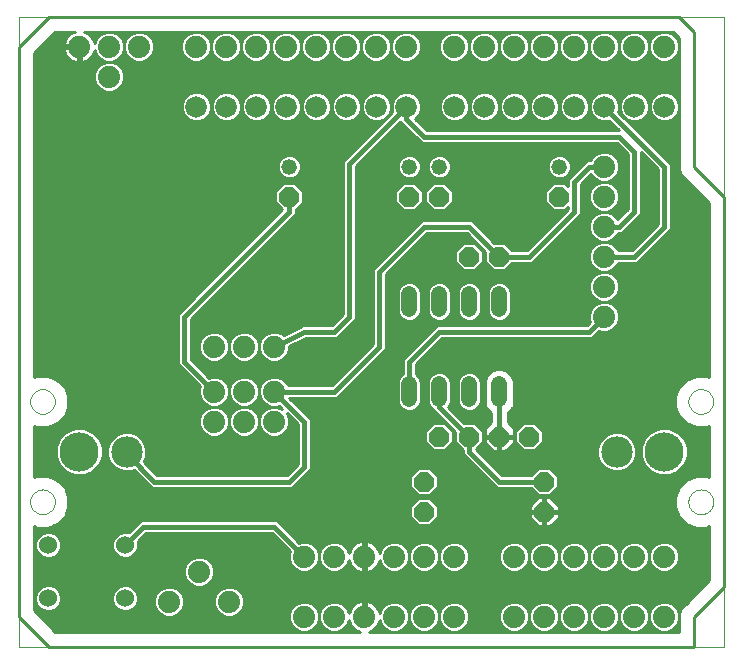
<source format=gtl>
G75*
G70*
%OFA0B0*%
%FSLAX24Y24*%
%IPPOS*%
%LPD*%
%AMOC8*
5,1,8,0,0,1.08239X$1,22.5*
%
%ADD10C,0.0000*%
%ADD11C,0.0100*%
%ADD12C,0.0520*%
%ADD13OC8,0.0660*%
%ADD14C,0.1306*%
%ADD15C,0.1050*%
%ADD16C,0.0520*%
%ADD17C,0.0740*%
%ADD18C,0.0720*%
%ADD19C,0.0600*%
%ADD20C,0.0160*%
D10*
X003427Y000504D02*
X003427Y001504D01*
X003427Y000504D02*
X004427Y000504D01*
X003793Y005331D02*
X003795Y005371D01*
X003801Y005412D01*
X003811Y005451D01*
X003824Y005489D01*
X003842Y005526D01*
X003863Y005560D01*
X003887Y005593D01*
X003914Y005623D01*
X003944Y005650D01*
X003977Y005674D01*
X004011Y005695D01*
X004048Y005713D01*
X004086Y005726D01*
X004125Y005736D01*
X004166Y005742D01*
X004206Y005744D01*
X004246Y005742D01*
X004287Y005736D01*
X004326Y005726D01*
X004364Y005713D01*
X004401Y005695D01*
X004435Y005674D01*
X004468Y005650D01*
X004498Y005623D01*
X004525Y005593D01*
X004549Y005560D01*
X004570Y005526D01*
X004588Y005489D01*
X004601Y005451D01*
X004611Y005412D01*
X004617Y005371D01*
X004619Y005331D01*
X004617Y005291D01*
X004611Y005250D01*
X004601Y005211D01*
X004588Y005173D01*
X004570Y005136D01*
X004549Y005102D01*
X004525Y005069D01*
X004498Y005039D01*
X004468Y005012D01*
X004435Y004988D01*
X004401Y004967D01*
X004364Y004949D01*
X004326Y004936D01*
X004287Y004926D01*
X004246Y004920D01*
X004206Y004918D01*
X004166Y004920D01*
X004125Y004926D01*
X004086Y004936D01*
X004048Y004949D01*
X004011Y004967D01*
X003977Y004988D01*
X003944Y005012D01*
X003914Y005039D01*
X003887Y005069D01*
X003863Y005102D01*
X003842Y005136D01*
X003824Y005173D01*
X003811Y005211D01*
X003801Y005250D01*
X003795Y005291D01*
X003793Y005331D01*
X003793Y008677D02*
X003795Y008717D01*
X003801Y008758D01*
X003811Y008797D01*
X003824Y008835D01*
X003842Y008872D01*
X003863Y008906D01*
X003887Y008939D01*
X003914Y008969D01*
X003944Y008996D01*
X003977Y009020D01*
X004011Y009041D01*
X004048Y009059D01*
X004086Y009072D01*
X004125Y009082D01*
X004166Y009088D01*
X004206Y009090D01*
X004246Y009088D01*
X004287Y009082D01*
X004326Y009072D01*
X004364Y009059D01*
X004401Y009041D01*
X004435Y009020D01*
X004468Y008996D01*
X004498Y008969D01*
X004525Y008939D01*
X004549Y008906D01*
X004570Y008872D01*
X004588Y008835D01*
X004601Y008797D01*
X004611Y008758D01*
X004617Y008717D01*
X004619Y008677D01*
X004617Y008637D01*
X004611Y008596D01*
X004601Y008557D01*
X004588Y008519D01*
X004570Y008482D01*
X004549Y008448D01*
X004525Y008415D01*
X004498Y008385D01*
X004468Y008358D01*
X004435Y008334D01*
X004401Y008313D01*
X004364Y008295D01*
X004326Y008282D01*
X004287Y008272D01*
X004246Y008266D01*
X004206Y008264D01*
X004166Y008266D01*
X004125Y008272D01*
X004086Y008282D01*
X004048Y008295D01*
X004011Y008313D01*
X003977Y008334D01*
X003944Y008358D01*
X003914Y008385D01*
X003887Y008415D01*
X003863Y008448D01*
X003842Y008482D01*
X003824Y008519D01*
X003811Y008557D01*
X003801Y008596D01*
X003795Y008637D01*
X003793Y008677D01*
X003427Y020504D02*
X003427Y021500D01*
X026927Y021504D01*
X026927Y000504D01*
X025927Y000504D01*
X025734Y005331D02*
X025736Y005371D01*
X025742Y005412D01*
X025752Y005451D01*
X025765Y005489D01*
X025783Y005526D01*
X025804Y005560D01*
X025828Y005593D01*
X025855Y005623D01*
X025885Y005650D01*
X025918Y005674D01*
X025952Y005695D01*
X025989Y005713D01*
X026027Y005726D01*
X026066Y005736D01*
X026107Y005742D01*
X026147Y005744D01*
X026187Y005742D01*
X026228Y005736D01*
X026267Y005726D01*
X026305Y005713D01*
X026342Y005695D01*
X026376Y005674D01*
X026409Y005650D01*
X026439Y005623D01*
X026466Y005593D01*
X026490Y005560D01*
X026511Y005526D01*
X026529Y005489D01*
X026542Y005451D01*
X026552Y005412D01*
X026558Y005371D01*
X026560Y005331D01*
X026558Y005291D01*
X026552Y005250D01*
X026542Y005211D01*
X026529Y005173D01*
X026511Y005136D01*
X026490Y005102D01*
X026466Y005069D01*
X026439Y005039D01*
X026409Y005012D01*
X026376Y004988D01*
X026342Y004967D01*
X026305Y004949D01*
X026267Y004936D01*
X026228Y004926D01*
X026187Y004920D01*
X026147Y004918D01*
X026107Y004920D01*
X026066Y004926D01*
X026027Y004936D01*
X025989Y004949D01*
X025952Y004967D01*
X025918Y004988D01*
X025885Y005012D01*
X025855Y005039D01*
X025828Y005069D01*
X025804Y005102D01*
X025783Y005136D01*
X025765Y005173D01*
X025752Y005211D01*
X025742Y005250D01*
X025736Y005291D01*
X025734Y005331D01*
X025734Y008677D02*
X025736Y008717D01*
X025742Y008758D01*
X025752Y008797D01*
X025765Y008835D01*
X025783Y008872D01*
X025804Y008906D01*
X025828Y008939D01*
X025855Y008969D01*
X025885Y008996D01*
X025918Y009020D01*
X025952Y009041D01*
X025989Y009059D01*
X026027Y009072D01*
X026066Y009082D01*
X026107Y009088D01*
X026147Y009090D01*
X026187Y009088D01*
X026228Y009082D01*
X026267Y009072D01*
X026305Y009059D01*
X026342Y009041D01*
X026376Y009020D01*
X026409Y008996D01*
X026439Y008969D01*
X026466Y008939D01*
X026490Y008906D01*
X026511Y008872D01*
X026529Y008835D01*
X026542Y008797D01*
X026552Y008758D01*
X026558Y008717D01*
X026560Y008677D01*
X026558Y008637D01*
X026552Y008596D01*
X026542Y008557D01*
X026529Y008519D01*
X026511Y008482D01*
X026490Y008448D01*
X026466Y008415D01*
X026439Y008385D01*
X026409Y008358D01*
X026376Y008334D01*
X026342Y008313D01*
X026305Y008295D01*
X026267Y008282D01*
X026228Y008272D01*
X026187Y008266D01*
X026147Y008264D01*
X026107Y008266D01*
X026066Y008272D01*
X026027Y008282D01*
X025989Y008295D01*
X025952Y008313D01*
X025918Y008334D01*
X025885Y008358D01*
X025855Y008385D01*
X025828Y008415D01*
X025804Y008448D01*
X025783Y008482D01*
X025765Y008519D01*
X025752Y008557D01*
X025742Y008596D01*
X025736Y008637D01*
X025734Y008677D01*
D11*
X025284Y008683D02*
X019907Y008683D01*
X019907Y008584D02*
X025284Y008584D01*
X025284Y008505D02*
X025415Y008188D01*
X025658Y007945D01*
X025975Y007814D01*
X026319Y007814D01*
X026427Y007858D01*
X026427Y006149D01*
X026319Y006194D01*
X025975Y006194D01*
X025658Y006063D01*
X025415Y005820D01*
X025284Y005502D01*
X025284Y005159D01*
X025415Y004842D01*
X025658Y004599D01*
X025975Y004467D01*
X026319Y004467D01*
X026427Y004512D01*
X026427Y002711D01*
X025644Y001928D01*
X025503Y001787D01*
X025427Y001603D01*
X025427Y001004D01*
X015078Y001004D01*
X015221Y001063D01*
X015368Y001209D01*
X015438Y001378D01*
X015503Y001221D01*
X015644Y001080D01*
X015827Y001004D01*
X016026Y001004D01*
X016210Y001080D01*
X016351Y001221D01*
X016427Y001404D01*
X016503Y001221D01*
X016644Y001080D01*
X016827Y001004D01*
X017026Y001004D01*
X017210Y001080D01*
X017351Y001221D01*
X017427Y001404D01*
X017503Y001221D01*
X017644Y001080D01*
X017827Y001004D01*
X018026Y001004D01*
X018210Y001080D01*
X018351Y001221D01*
X018427Y001404D01*
X018427Y001603D01*
X018351Y001787D01*
X018210Y001928D01*
X018026Y002004D01*
X017827Y002004D01*
X017644Y001928D01*
X017503Y001787D01*
X017427Y001603D01*
X017427Y001404D01*
X017427Y001603D01*
X017351Y001787D01*
X017210Y001928D01*
X017026Y002004D01*
X016827Y002004D01*
X016644Y001928D01*
X016503Y001787D01*
X016427Y001603D01*
X016427Y001404D01*
X016427Y001603D01*
X016351Y001787D01*
X016210Y001928D01*
X016026Y002004D01*
X015827Y002004D01*
X015644Y001928D01*
X015503Y001787D01*
X015438Y001629D01*
X015368Y001798D01*
X015221Y001945D01*
X015030Y002024D01*
X014977Y002024D01*
X014977Y001554D01*
X014877Y001554D01*
X014877Y002024D01*
X014823Y002024D01*
X014632Y001945D01*
X014486Y001798D01*
X014416Y001629D01*
X014351Y001787D01*
X014210Y001928D01*
X014026Y002004D01*
X013827Y002004D01*
X013644Y001928D01*
X013503Y001787D01*
X013427Y001603D01*
X013427Y001404D01*
X013503Y001221D01*
X013644Y001080D01*
X013827Y001004D01*
X014026Y001004D01*
X014210Y001080D01*
X014351Y001221D01*
X014416Y001378D01*
X014486Y001209D01*
X014632Y001063D01*
X014775Y001004D01*
X004634Y001004D01*
X003927Y001711D01*
X003927Y004512D01*
X004035Y004467D01*
X004378Y004467D01*
X004695Y004599D01*
X004938Y004842D01*
X005070Y005159D01*
X005070Y005502D01*
X004938Y005820D01*
X004695Y006063D01*
X004378Y006194D01*
X004035Y006194D01*
X003927Y006149D01*
X003927Y007858D01*
X004035Y007814D01*
X004378Y007814D01*
X004695Y007945D01*
X004938Y008188D01*
X005070Y008505D01*
X005070Y008849D01*
X004938Y009166D01*
X004695Y009409D01*
X004378Y009541D01*
X004035Y009541D01*
X003927Y009496D01*
X003927Y020297D01*
X004634Y021004D01*
X005275Y021004D01*
X005132Y020945D01*
X004986Y020798D01*
X004907Y020607D01*
X004237Y020607D01*
X004335Y020705D02*
X004947Y020705D01*
X004907Y020607D02*
X004907Y020552D01*
X005378Y020552D01*
X005378Y020455D01*
X005475Y020455D01*
X005475Y019984D01*
X005530Y019984D01*
X005721Y020063D01*
X005868Y020209D01*
X005938Y020378D01*
X006003Y020221D01*
X006144Y020080D01*
X006327Y020004D01*
X006144Y019928D01*
X006003Y019787D01*
X005927Y019603D01*
X005927Y019404D01*
X006003Y019221D01*
X006144Y019080D01*
X006327Y019004D01*
X006526Y019004D01*
X006710Y019080D01*
X006851Y019221D01*
X006927Y019404D01*
X006927Y019603D01*
X006851Y019787D01*
X006710Y019928D01*
X006526Y020004D01*
X006327Y020004D01*
X006526Y020004D01*
X006710Y020080D01*
X006851Y020221D01*
X006927Y020404D01*
X007003Y020221D01*
X007144Y020080D01*
X007327Y020004D01*
X007526Y020004D01*
X007710Y020080D01*
X007851Y020221D01*
X007927Y020404D01*
X007927Y020603D01*
X007851Y020787D01*
X007710Y020928D01*
X007526Y021004D01*
X007327Y021004D01*
X007144Y020928D01*
X007003Y020787D01*
X006927Y020603D01*
X006927Y020404D01*
X006927Y020603D01*
X006851Y020787D01*
X006710Y020928D01*
X006526Y021004D01*
X006327Y021004D01*
X006144Y020928D01*
X006003Y020787D01*
X005938Y020629D01*
X005868Y020798D01*
X005721Y020945D01*
X005578Y021004D01*
X025220Y021004D01*
X025427Y020797D01*
X025427Y016603D01*
X025427Y016404D01*
X025503Y016221D01*
X026427Y015297D01*
X026427Y009496D01*
X026319Y009541D01*
X025975Y009541D01*
X025658Y009409D01*
X025415Y009166D01*
X025284Y008849D01*
X025284Y008505D01*
X025292Y008486D02*
X019893Y008486D01*
X019907Y008500D02*
X019907Y008502D01*
X019908Y008503D01*
X019907Y008556D01*
X019907Y009249D01*
X019915Y009359D01*
X019915Y009359D01*
X019826Y009571D01*
X019826Y009571D01*
X019650Y009720D01*
X019427Y009773D01*
X019427Y009773D01*
X019203Y009720D01*
X019028Y009571D01*
X018939Y009359D01*
X018947Y009249D01*
X018947Y008556D01*
X018945Y008503D01*
X018947Y008502D01*
X018947Y008500D01*
X018984Y008463D01*
X019137Y008302D01*
X019137Y008006D01*
X018945Y007804D01*
X018948Y007704D01*
X018947Y007703D01*
X018947Y007534D01*
X019396Y007534D01*
X019396Y007474D01*
X018947Y007474D01*
X018947Y007305D01*
X019228Y007024D01*
X019397Y007024D01*
X019397Y007474D01*
X019457Y007474D01*
X019457Y007534D01*
X019907Y007534D01*
X019907Y007703D01*
X019905Y007704D01*
X019908Y007804D01*
X019717Y008006D01*
X019717Y008302D01*
X019870Y008463D01*
X019907Y008500D01*
X019798Y008387D02*
X025333Y008387D01*
X025374Y008289D02*
X019717Y008289D01*
X019717Y008190D02*
X025414Y008190D01*
X025512Y008092D02*
X019717Y008092D01*
X019729Y007993D02*
X025610Y007993D01*
X025780Y007895D02*
X020686Y007895D01*
X020617Y007964D02*
X020887Y007694D01*
X020887Y007313D01*
X020617Y007044D01*
X020236Y007044D01*
X019967Y007313D01*
X019967Y007694D01*
X020236Y007964D01*
X020617Y007964D01*
X020785Y007796D02*
X026427Y007796D01*
X026427Y007698D02*
X025297Y007698D01*
X025370Y007667D02*
X025082Y007787D01*
X024771Y007787D01*
X024483Y007667D01*
X024263Y007447D01*
X024144Y007160D01*
X024144Y006848D01*
X024263Y006561D01*
X024483Y006340D01*
X024771Y006221D01*
X025082Y006221D01*
X025370Y006340D01*
X025590Y006561D01*
X025709Y006848D01*
X025709Y007160D01*
X025590Y007447D01*
X025370Y007667D01*
X025439Y007599D02*
X026427Y007599D01*
X026427Y007501D02*
X025537Y007501D01*
X025609Y007402D02*
X026427Y007402D01*
X026427Y007303D02*
X025650Y007303D01*
X025691Y007205D02*
X026427Y007205D01*
X026427Y007106D02*
X025709Y007106D01*
X025709Y007008D02*
X026427Y007008D01*
X026427Y006909D02*
X025709Y006909D01*
X025694Y006811D02*
X026427Y006811D01*
X026427Y006712D02*
X025653Y006712D01*
X025612Y006614D02*
X026427Y006614D01*
X026427Y006515D02*
X025545Y006515D01*
X025446Y006417D02*
X026427Y006417D01*
X026427Y006318D02*
X025316Y006318D01*
X025799Y006121D02*
X021387Y006121D01*
X021387Y006194D02*
X021117Y006464D01*
X020736Y006464D01*
X020486Y006214D01*
X019514Y006214D01*
X018650Y007077D01*
X018887Y007313D01*
X018887Y007694D01*
X018617Y007964D01*
X018264Y007964D01*
X017731Y008497D01*
X017757Y008523D01*
X017817Y008666D01*
X017817Y009341D01*
X017757Y009485D01*
X017648Y009595D01*
X017504Y009654D01*
X017349Y009654D01*
X017206Y009595D01*
X017096Y009485D01*
X017037Y009341D01*
X017037Y008666D01*
X017096Y008523D01*
X017206Y008413D01*
X017231Y008403D01*
X017967Y007667D01*
X017967Y007313D01*
X018217Y007063D01*
X018217Y006917D01*
X019217Y005917D01*
X019340Y005794D01*
X020486Y005794D01*
X020736Y005544D01*
X021117Y005544D01*
X021387Y005813D01*
X021387Y006194D01*
X021362Y006219D02*
X026427Y006219D01*
X025618Y006022D02*
X021387Y006022D01*
X021387Y005924D02*
X025519Y005924D01*
X025421Y005825D02*
X021387Y005825D01*
X021300Y005727D02*
X025377Y005727D01*
X025336Y005628D02*
X021202Y005628D01*
X021126Y005484D02*
X020957Y005484D01*
X020957Y005034D01*
X021407Y005034D01*
X021407Y005203D01*
X021126Y005484D01*
X021178Y005431D02*
X025284Y005431D01*
X025284Y005333D02*
X021277Y005333D01*
X021375Y005234D02*
X025284Y005234D01*
X025294Y005135D02*
X021407Y005135D01*
X021407Y005037D02*
X025334Y005037D01*
X025375Y004938D02*
X021407Y004938D01*
X021407Y004974D02*
X020957Y004974D01*
X020957Y005034D01*
X020897Y005034D01*
X020897Y005484D01*
X020728Y005484D01*
X020447Y005203D01*
X020447Y005034D01*
X020896Y005034D01*
X020896Y004974D01*
X020447Y004974D01*
X020447Y004805D01*
X020728Y004524D01*
X020897Y004524D01*
X020897Y004974D01*
X020957Y004974D01*
X020957Y004524D01*
X021126Y004524D01*
X021407Y004805D01*
X021407Y004974D01*
X021407Y004840D02*
X025417Y004840D01*
X025516Y004741D02*
X021343Y004741D01*
X021244Y004643D02*
X025614Y004643D01*
X025790Y004544D02*
X021146Y004544D01*
X020957Y004544D02*
X020897Y004544D01*
X020897Y004643D02*
X020957Y004643D01*
X020957Y004741D02*
X020897Y004741D01*
X020897Y004840D02*
X020957Y004840D01*
X020957Y004938D02*
X020897Y004938D01*
X020897Y005037D02*
X020957Y005037D01*
X020957Y005135D02*
X020897Y005135D01*
X020897Y005234D02*
X020957Y005234D01*
X020957Y005333D02*
X020897Y005333D01*
X020897Y005431D02*
X020957Y005431D01*
X020675Y005431D02*
X017150Y005431D01*
X017117Y005464D02*
X016736Y005464D01*
X016467Y005194D01*
X016467Y004813D01*
X016736Y004544D01*
X012183Y004544D01*
X012137Y004591D02*
X012014Y004714D01*
X007654Y004714D01*
X007480Y004714D01*
X007076Y004310D01*
X007042Y004324D01*
X006871Y004324D01*
X006713Y004258D01*
X006592Y004137D01*
X006527Y003979D01*
X006527Y003808D01*
X006592Y003650D01*
X006713Y003529D01*
X006871Y003464D01*
X007042Y003464D01*
X007200Y003529D01*
X007321Y003650D01*
X007387Y003808D01*
X007387Y003979D01*
X007373Y004013D01*
X007654Y004294D01*
X011840Y004294D01*
X012457Y003677D01*
X012427Y003603D01*
X012427Y003404D01*
X012503Y003221D01*
X012644Y003080D01*
X012827Y003004D01*
X013026Y003004D01*
X013210Y003080D01*
X013351Y003221D01*
X013427Y003404D01*
X013503Y003221D01*
X013644Y003080D01*
X013827Y003004D01*
X014026Y003004D01*
X014210Y003080D01*
X014351Y003221D01*
X014416Y003378D01*
X014486Y003209D01*
X014632Y003063D01*
X014823Y002984D01*
X014877Y002984D01*
X014877Y003454D01*
X014977Y003454D01*
X014977Y002984D01*
X015030Y002984D01*
X015221Y003063D01*
X015368Y003209D01*
X015438Y003378D01*
X015503Y003221D01*
X015644Y003080D01*
X015827Y003004D01*
X016026Y003004D01*
X016210Y003080D01*
X016351Y003221D01*
X016427Y003404D01*
X016503Y003221D01*
X016644Y003080D01*
X016827Y003004D01*
X017026Y003004D01*
X017210Y003080D01*
X017351Y003221D01*
X017427Y003404D01*
X017503Y003221D01*
X017644Y003080D01*
X017827Y003004D01*
X018026Y003004D01*
X018210Y003080D01*
X018351Y003221D01*
X018427Y003404D01*
X018427Y003603D01*
X018351Y003787D01*
X018210Y003928D01*
X018026Y004004D01*
X017827Y004004D01*
X017644Y003928D01*
X017503Y003787D01*
X017427Y003603D01*
X017427Y003404D01*
X017427Y003603D01*
X017351Y003787D01*
X017210Y003928D01*
X017026Y004004D01*
X016827Y004004D01*
X016644Y003928D01*
X016503Y003787D01*
X016427Y003603D01*
X016427Y003404D01*
X016427Y003603D01*
X016351Y003787D01*
X016210Y003928D01*
X016026Y004004D01*
X015827Y004004D01*
X015644Y003928D01*
X015503Y003787D01*
X015438Y003629D01*
X015368Y003798D01*
X015221Y003945D01*
X015030Y004024D01*
X014977Y004024D01*
X014977Y003554D01*
X014877Y003554D01*
X014877Y004024D01*
X014823Y004024D01*
X014632Y003945D01*
X014486Y003798D01*
X014416Y003629D01*
X014351Y003787D01*
X014210Y003928D01*
X014026Y004004D01*
X013827Y004004D01*
X013644Y003928D01*
X013503Y003787D01*
X013427Y003603D01*
X013427Y003404D01*
X013427Y003603D01*
X013351Y003787D01*
X013210Y003928D01*
X013026Y004004D01*
X012827Y004004D01*
X012754Y003974D01*
X012137Y004591D01*
X012085Y004643D02*
X016637Y004643D01*
X016539Y004741D02*
X004838Y004741D01*
X004739Y004643D02*
X007409Y004643D01*
X007310Y004544D02*
X004564Y004544D01*
X004482Y004324D02*
X004311Y004324D01*
X004153Y004258D01*
X004032Y004137D01*
X003967Y003979D01*
X003967Y003808D01*
X004032Y003650D01*
X004153Y003529D01*
X004311Y003464D01*
X004482Y003464D01*
X004640Y003529D01*
X004761Y003650D01*
X004827Y003808D01*
X004827Y003979D01*
X004761Y004137D01*
X004640Y004258D01*
X004482Y004324D01*
X004650Y004249D02*
X006703Y004249D01*
X006605Y004150D02*
X004749Y004150D01*
X004797Y004051D02*
X006557Y004051D01*
X006527Y003953D02*
X004827Y003953D01*
X004827Y003854D02*
X006527Y003854D01*
X006549Y003756D02*
X004805Y003756D01*
X004764Y003657D02*
X006589Y003657D01*
X006684Y003559D02*
X004670Y003559D01*
X004124Y003559D02*
X003927Y003559D01*
X003927Y003657D02*
X004029Y003657D01*
X003989Y003756D02*
X003927Y003756D01*
X003927Y003854D02*
X003967Y003854D01*
X003967Y003953D02*
X003927Y003953D01*
X003927Y004051D02*
X003997Y004051D01*
X004045Y004150D02*
X003927Y004150D01*
X003927Y004249D02*
X004143Y004249D01*
X003927Y004347D02*
X007113Y004347D01*
X007212Y004446D02*
X003927Y004446D01*
X004936Y004840D02*
X016467Y004840D01*
X016467Y004938D02*
X004978Y004938D01*
X005019Y005037D02*
X016467Y005037D01*
X016467Y005135D02*
X005060Y005135D01*
X005070Y005234D02*
X016506Y005234D01*
X016605Y005333D02*
X005070Y005333D01*
X005070Y005431D02*
X016703Y005431D01*
X016736Y005544D02*
X017117Y005544D01*
X017387Y005813D01*
X017387Y006194D01*
X017117Y006464D01*
X016736Y006464D01*
X016467Y006194D01*
X016467Y005813D01*
X016736Y005544D01*
X016652Y005628D02*
X005018Y005628D01*
X005058Y005530D02*
X025295Y005530D01*
X024537Y006318D02*
X021263Y006318D01*
X021165Y006417D02*
X023049Y006417D01*
X022973Y006448D02*
X023214Y006348D01*
X023474Y006348D01*
X023715Y006448D01*
X023899Y006632D01*
X023999Y006873D01*
X023999Y007134D01*
X023899Y007374D01*
X023715Y007559D01*
X023474Y007658D01*
X023214Y007658D01*
X022973Y007559D01*
X022789Y007374D01*
X022689Y007134D01*
X022689Y006873D01*
X022789Y006632D01*
X022973Y006448D01*
X022906Y006515D02*
X019213Y006515D01*
X019311Y006417D02*
X020689Y006417D01*
X020590Y006318D02*
X019410Y006318D01*
X019508Y006219D02*
X020492Y006219D01*
X020553Y005727D02*
X017300Y005727D01*
X017387Y005825D02*
X019308Y005825D01*
X019210Y005924D02*
X017387Y005924D01*
X017387Y006022D02*
X019111Y006022D01*
X019013Y006121D02*
X017387Y006121D01*
X017362Y006219D02*
X018914Y006219D01*
X018816Y006318D02*
X017263Y006318D01*
X017165Y006417D02*
X018717Y006417D01*
X018619Y006515D02*
X013137Y006515D01*
X013137Y006591D02*
X013137Y008091D01*
X013014Y008214D01*
X013014Y008214D01*
X012434Y008794D01*
X014014Y008794D01*
X014137Y008917D01*
X015514Y010294D01*
X015637Y010417D01*
X015637Y012917D01*
X017014Y014294D01*
X018340Y014294D01*
X018967Y013667D01*
X018967Y013313D01*
X019236Y013044D01*
X019617Y013044D01*
X019867Y013294D01*
X020340Y013294D01*
X020514Y013294D01*
X022014Y014794D01*
X022137Y014917D01*
X022137Y015917D01*
X022485Y016265D01*
X022503Y016221D01*
X022644Y016080D01*
X022827Y016004D01*
X022644Y015928D01*
X022503Y015787D01*
X022427Y015603D01*
X022427Y015404D01*
X022503Y015221D01*
X022644Y015080D01*
X022827Y015004D01*
X023026Y015004D01*
X023210Y015080D01*
X023351Y015221D01*
X023427Y015404D01*
X023427Y015603D01*
X023351Y015787D01*
X023210Y015928D01*
X023026Y016004D01*
X022827Y016004D01*
X023026Y016004D01*
X023210Y016080D01*
X023351Y016221D01*
X023427Y016404D01*
X023427Y016603D01*
X023351Y016787D01*
X023210Y016928D01*
X023026Y017004D01*
X022827Y017004D01*
X022644Y016928D01*
X022503Y016787D01*
X022473Y016714D01*
X022340Y016714D01*
X022217Y016591D01*
X021717Y016091D01*
X021717Y015917D01*
X021717Y015864D01*
X021617Y015964D01*
X021236Y015964D01*
X020967Y015694D01*
X020967Y015313D01*
X021236Y015044D01*
X021617Y015044D01*
X021717Y015143D01*
X021717Y015091D01*
X020340Y013714D01*
X019867Y013714D01*
X019617Y013964D01*
X019264Y013964D01*
X018514Y014714D01*
X018340Y014714D01*
X016840Y014714D01*
X016717Y014591D01*
X015217Y013091D01*
X015217Y012917D01*
X015217Y010591D01*
X013840Y009214D01*
X012381Y009214D01*
X012351Y009287D01*
X012210Y009428D01*
X012026Y009504D01*
X011827Y009504D01*
X011644Y009428D01*
X011503Y009287D01*
X011427Y009103D01*
X011427Y008904D01*
X011503Y008721D01*
X011644Y008580D01*
X011827Y008504D01*
X011644Y008428D01*
X011503Y008287D01*
X011427Y008103D01*
X011427Y007904D01*
X011503Y007721D01*
X011644Y007580D01*
X011827Y007504D01*
X012026Y007504D01*
X012210Y007580D01*
X012351Y007721D01*
X012427Y007904D01*
X012427Y008103D01*
X012353Y008280D01*
X012717Y007917D01*
X012717Y006591D01*
X012340Y006214D01*
X008014Y006214D01*
X007573Y006654D01*
X007664Y006874D01*
X007664Y007135D01*
X007565Y007376D01*
X007380Y007560D01*
X007140Y007660D01*
X006879Y007660D01*
X006638Y007560D01*
X006454Y007376D01*
X006354Y007135D01*
X006354Y006874D01*
X006454Y006634D01*
X006638Y006449D01*
X006879Y006350D01*
X007140Y006350D01*
X007242Y006392D01*
X007840Y005794D01*
X008014Y005794D01*
X012340Y005794D01*
X012514Y005794D01*
X013137Y006417D01*
X013137Y006591D01*
X013137Y006614D02*
X018520Y006614D01*
X018422Y006712D02*
X013137Y006712D01*
X013137Y006811D02*
X018323Y006811D01*
X018224Y006909D02*
X013137Y006909D01*
X013137Y007008D02*
X018217Y007008D01*
X018174Y007106D02*
X017680Y007106D01*
X017617Y007044D02*
X017887Y007313D01*
X017887Y007694D01*
X017617Y007964D01*
X017236Y007964D01*
X016967Y007694D01*
X016967Y007313D01*
X017236Y007044D01*
X017617Y007044D01*
X017778Y007205D02*
X018075Y007205D01*
X017977Y007303D02*
X017877Y007303D01*
X017887Y007402D02*
X017967Y007402D01*
X017967Y007501D02*
X017887Y007501D01*
X017887Y007599D02*
X017967Y007599D01*
X017936Y007698D02*
X017884Y007698D01*
X017838Y007796D02*
X017785Y007796D01*
X017739Y007895D02*
X017686Y007895D01*
X017640Y007993D02*
X013137Y007993D01*
X013137Y007895D02*
X017167Y007895D01*
X017068Y007796D02*
X013137Y007796D01*
X013137Y007698D02*
X016970Y007698D01*
X016967Y007599D02*
X013137Y007599D01*
X013137Y007501D02*
X016967Y007501D01*
X016967Y007402D02*
X013137Y007402D01*
X013137Y007303D02*
X016977Y007303D01*
X017075Y007205D02*
X013137Y007205D01*
X013137Y007106D02*
X017174Y007106D01*
X016689Y006417D02*
X013136Y006417D01*
X013038Y006318D02*
X016590Y006318D01*
X016492Y006219D02*
X012939Y006219D01*
X012841Y006121D02*
X016467Y006121D01*
X016467Y006022D02*
X012742Y006022D01*
X012644Y005924D02*
X016467Y005924D01*
X016467Y005825D02*
X012545Y005825D01*
X012345Y006219D02*
X008008Y006219D01*
X007910Y006318D02*
X012444Y006318D01*
X012542Y006417D02*
X007811Y006417D01*
X007713Y006515D02*
X012641Y006515D01*
X012717Y006614D02*
X007614Y006614D01*
X007597Y006712D02*
X012717Y006712D01*
X012717Y006811D02*
X007638Y006811D01*
X007664Y006909D02*
X012717Y006909D01*
X012717Y007008D02*
X007664Y007008D01*
X007664Y007106D02*
X012717Y007106D01*
X012717Y007205D02*
X007635Y007205D01*
X007595Y007303D02*
X012717Y007303D01*
X012717Y007402D02*
X007538Y007402D01*
X007440Y007501D02*
X012717Y007501D01*
X012717Y007599D02*
X012229Y007599D01*
X012328Y007698D02*
X012717Y007698D01*
X012717Y007796D02*
X012382Y007796D01*
X012423Y007895D02*
X012717Y007895D01*
X012641Y007993D02*
X012427Y007993D01*
X012427Y008092D02*
X012542Y008092D01*
X012443Y008190D02*
X012391Y008190D01*
X012203Y008431D02*
X012026Y008504D01*
X011827Y008504D01*
X012026Y008504D01*
X012099Y008534D01*
X012203Y008431D01*
X012148Y008486D02*
X012070Y008486D01*
X011784Y008486D02*
X011070Y008486D01*
X011026Y008504D02*
X011210Y008580D01*
X011351Y008721D01*
X011427Y008904D01*
X011427Y009103D01*
X011351Y009287D01*
X011210Y009428D01*
X011026Y009504D01*
X010827Y009504D01*
X010644Y009428D01*
X010503Y009287D01*
X010427Y009103D01*
X010427Y008904D01*
X010503Y008721D01*
X010644Y008580D01*
X010827Y008504D01*
X011026Y008504D01*
X010827Y008504D01*
X010644Y008428D01*
X010503Y008287D01*
X010427Y008103D01*
X010427Y007904D01*
X010503Y007721D01*
X010644Y007580D01*
X010827Y007504D01*
X011026Y007504D01*
X011210Y007580D01*
X011351Y007721D01*
X011427Y007904D01*
X011427Y008103D01*
X011351Y008287D01*
X011210Y008428D01*
X011026Y008504D01*
X011214Y008584D02*
X011639Y008584D01*
X011541Y008683D02*
X011313Y008683D01*
X011376Y008782D02*
X011478Y008782D01*
X011437Y008880D02*
X011417Y008880D01*
X011427Y008979D02*
X011427Y008979D01*
X011427Y009077D02*
X011427Y009077D01*
X011397Y009176D02*
X011457Y009176D01*
X011498Y009274D02*
X011356Y009274D01*
X011265Y009373D02*
X011589Y009373D01*
X011749Y009471D02*
X011105Y009471D01*
X010749Y009471D02*
X010105Y009471D01*
X010026Y009504D02*
X009827Y009504D01*
X009754Y009474D01*
X009137Y010091D01*
X009137Y011417D01*
X012637Y014917D01*
X012637Y015063D01*
X012887Y015313D01*
X012887Y015694D01*
X012617Y015964D01*
X012236Y015964D01*
X011967Y015694D01*
X011967Y015313D01*
X012203Y015077D01*
X008840Y011714D01*
X008717Y011591D01*
X008717Y010091D01*
X008717Y009917D01*
X009457Y009177D01*
X009427Y009103D01*
X009427Y008904D01*
X009503Y008721D01*
X009644Y008580D01*
X009827Y008504D01*
X009644Y008428D01*
X009503Y008287D01*
X009427Y008103D01*
X009427Y007904D01*
X009503Y007721D01*
X009644Y007580D01*
X009827Y007504D01*
X010026Y007504D01*
X010210Y007580D01*
X010351Y007721D01*
X010427Y007904D01*
X010427Y008103D01*
X010351Y008287D01*
X010210Y008428D01*
X010026Y008504D01*
X009827Y008504D01*
X010026Y008504D01*
X010210Y008580D01*
X010351Y008721D01*
X010427Y008904D01*
X010427Y009103D01*
X010351Y009287D01*
X010210Y009428D01*
X010026Y009504D01*
X010265Y009373D02*
X010589Y009373D01*
X010498Y009274D02*
X010356Y009274D01*
X010397Y009176D02*
X010457Y009176D01*
X010427Y009077D02*
X010427Y009077D01*
X010427Y008979D02*
X010427Y008979D01*
X010417Y008880D02*
X010437Y008880D01*
X010478Y008782D02*
X010376Y008782D01*
X010313Y008683D02*
X010541Y008683D01*
X010639Y008584D02*
X010214Y008584D01*
X010070Y008486D02*
X010784Y008486D01*
X010603Y008387D02*
X010250Y008387D01*
X010349Y008289D02*
X010505Y008289D01*
X010463Y008190D02*
X010391Y008190D01*
X010427Y008092D02*
X010427Y008092D01*
X010427Y007993D02*
X010427Y007993D01*
X010423Y007895D02*
X010431Y007895D01*
X010472Y007796D02*
X010382Y007796D01*
X010328Y007698D02*
X010526Y007698D01*
X010625Y007599D02*
X010229Y007599D01*
X009625Y007599D02*
X007286Y007599D01*
X006733Y007599D02*
X005939Y007599D01*
X005870Y007667D02*
X005582Y007787D01*
X005271Y007787D01*
X004983Y007667D01*
X004763Y007447D01*
X004644Y007160D01*
X004644Y006848D01*
X004763Y006561D01*
X004983Y006340D01*
X005271Y006221D01*
X005582Y006221D01*
X005870Y006340D01*
X006090Y006561D01*
X006209Y006848D01*
X006209Y007160D01*
X006090Y007447D01*
X005870Y007667D01*
X005797Y007698D02*
X009526Y007698D01*
X009472Y007796D02*
X003927Y007796D01*
X003927Y007698D02*
X005056Y007698D01*
X004915Y007599D02*
X003927Y007599D01*
X003927Y007501D02*
X004816Y007501D01*
X004744Y007402D02*
X003927Y007402D01*
X003927Y007303D02*
X004704Y007303D01*
X004663Y007205D02*
X003927Y007205D01*
X003927Y007106D02*
X004644Y007106D01*
X004644Y007008D02*
X003927Y007008D01*
X003927Y006909D02*
X004644Y006909D01*
X004660Y006811D02*
X003927Y006811D01*
X003927Y006712D02*
X004700Y006712D01*
X004741Y006614D02*
X003927Y006614D01*
X003927Y006515D02*
X004809Y006515D01*
X004907Y006417D02*
X003927Y006417D01*
X003927Y006318D02*
X005037Y006318D01*
X004555Y006121D02*
X007513Y006121D01*
X007611Y006022D02*
X004736Y006022D01*
X004834Y005924D02*
X007710Y005924D01*
X007808Y005825D02*
X004933Y005825D01*
X004977Y005727D02*
X016553Y005727D01*
X017117Y005464D02*
X017387Y005194D01*
X017387Y004813D01*
X017117Y004544D01*
X016736Y004544D01*
X017118Y004544D02*
X020708Y004544D01*
X020609Y004643D02*
X017216Y004643D01*
X017315Y004741D02*
X020511Y004741D01*
X020447Y004840D02*
X017387Y004840D01*
X017387Y004938D02*
X020447Y004938D01*
X020447Y005037D02*
X017387Y005037D01*
X017387Y005135D02*
X020447Y005135D01*
X020478Y005234D02*
X017347Y005234D01*
X017249Y005333D02*
X020577Y005333D01*
X020652Y005628D02*
X017202Y005628D01*
X018818Y006909D02*
X022689Y006909D01*
X022689Y007008D02*
X018720Y007008D01*
X018680Y007106D02*
X019146Y007106D01*
X019047Y007205D02*
X018778Y007205D01*
X018877Y007303D02*
X018948Y007303D01*
X018947Y007402D02*
X018887Y007402D01*
X018887Y007501D02*
X019396Y007501D01*
X019397Y007534D02*
X019397Y007900D01*
X019397Y007902D01*
X019398Y007903D01*
X019397Y007956D01*
X019397Y008352D01*
X019398Y008404D01*
X019397Y008406D01*
X019397Y008408D01*
X019397Y008974D01*
X019457Y008974D01*
X019457Y008408D01*
X019457Y008406D01*
X019455Y008404D01*
X019457Y008352D01*
X019457Y007956D01*
X019455Y007903D01*
X019457Y007902D01*
X019457Y007900D01*
X019457Y007534D01*
X019397Y007534D01*
X019397Y007599D02*
X019457Y007599D01*
X019457Y007501D02*
X019967Y007501D01*
X019907Y007474D02*
X019457Y007474D01*
X019457Y007024D01*
X019626Y007024D01*
X019907Y007305D01*
X019907Y007474D01*
X019907Y007402D02*
X019967Y007402D01*
X019977Y007303D02*
X019905Y007303D01*
X019806Y007205D02*
X020075Y007205D01*
X020174Y007106D02*
X019708Y007106D01*
X019457Y007106D02*
X019397Y007106D01*
X019397Y007205D02*
X019457Y007205D01*
X019457Y007303D02*
X019397Y007303D01*
X019397Y007402D02*
X019457Y007402D01*
X019457Y007698D02*
X019397Y007698D01*
X019397Y007796D02*
X019457Y007796D01*
X019457Y007895D02*
X019397Y007895D01*
X019397Y007900D02*
X019397Y007900D01*
X019397Y007993D02*
X019457Y007993D01*
X019457Y008092D02*
X019397Y008092D01*
X019397Y008190D02*
X019457Y008190D01*
X019457Y008289D02*
X019397Y008289D01*
X019398Y008387D02*
X019456Y008387D01*
X019397Y008408D02*
X019397Y008408D01*
X019397Y008486D02*
X019457Y008486D01*
X019457Y008584D02*
X019397Y008584D01*
X019397Y008683D02*
X019457Y008683D01*
X019457Y008782D02*
X019397Y008782D01*
X019397Y008880D02*
X019457Y008880D01*
X019907Y008880D02*
X025297Y008880D01*
X025284Y008782D02*
X019907Y008782D01*
X019907Y008979D02*
X025338Y008979D01*
X025378Y009077D02*
X019907Y009077D01*
X019907Y009176D02*
X025425Y009176D01*
X025523Y009274D02*
X019909Y009274D01*
X019909Y009373D02*
X025622Y009373D01*
X025809Y009471D02*
X019867Y009471D01*
X019826Y009570D02*
X026427Y009570D01*
X026427Y009668D02*
X019711Y009668D01*
X019650Y009720D02*
X019650Y009720D01*
X019453Y009767D02*
X026427Y009767D01*
X026427Y009866D02*
X016637Y009866D01*
X016637Y009917D02*
X017514Y010794D01*
X022340Y010794D01*
X022514Y010794D01*
X022754Y011034D01*
X022827Y011004D01*
X023026Y011004D01*
X023210Y011080D01*
X023351Y011221D01*
X023427Y011404D01*
X023427Y011603D01*
X023351Y011787D01*
X023210Y011928D01*
X023026Y012004D01*
X023210Y012080D01*
X023351Y012221D01*
X023427Y012404D01*
X023427Y012603D01*
X023351Y012787D01*
X023210Y012928D01*
X023026Y013004D01*
X023210Y013080D01*
X023351Y013221D01*
X023381Y013294D01*
X024014Y013294D01*
X024137Y013417D01*
X025137Y014417D01*
X025137Y014591D01*
X025137Y016417D01*
X025137Y016591D01*
X023389Y018339D01*
X023417Y018406D01*
X023417Y018601D01*
X023342Y018781D01*
X023204Y018919D01*
X023024Y018994D01*
X022829Y018994D01*
X022649Y018919D01*
X022511Y018781D01*
X022437Y018601D01*
X022437Y018406D01*
X022511Y018226D01*
X022649Y018089D01*
X022829Y018014D01*
X023024Y018014D01*
X023092Y018042D01*
X023420Y017714D01*
X023340Y017714D01*
X017014Y017714D01*
X016622Y018106D01*
X016742Y018226D01*
X016817Y018406D01*
X016817Y018601D01*
X016742Y018781D01*
X016604Y018919D01*
X016424Y018994D01*
X016229Y018994D01*
X016049Y018919D01*
X015911Y018781D01*
X015837Y018601D01*
X015837Y018406D01*
X015865Y018339D01*
X014217Y016691D01*
X014217Y016517D01*
X014217Y011591D01*
X013840Y011214D01*
X012961Y011214D01*
X012911Y011231D01*
X012877Y011214D01*
X012840Y011214D01*
X012802Y011176D01*
X012242Y010896D01*
X012210Y010928D01*
X012026Y011004D01*
X011827Y011004D01*
X011644Y010928D01*
X011503Y010787D01*
X011427Y010603D01*
X011427Y010404D01*
X011503Y010221D01*
X011644Y010080D01*
X011827Y010004D01*
X012026Y010004D01*
X012210Y010080D01*
X012351Y010221D01*
X012427Y010404D01*
X012427Y010519D01*
X012976Y010794D01*
X013840Y010794D01*
X014014Y010794D01*
X014514Y011294D01*
X014637Y011417D01*
X014637Y016517D01*
X016127Y018007D01*
X016717Y017417D01*
X016840Y017294D01*
X023340Y017294D01*
X023717Y016917D01*
X023717Y015091D01*
X023369Y014743D01*
X023351Y014787D01*
X023210Y014928D01*
X023026Y015004D01*
X022827Y015004D01*
X022644Y014928D01*
X022503Y014787D01*
X022427Y014603D01*
X022427Y014404D01*
X022503Y014221D01*
X022644Y014080D01*
X022827Y014004D01*
X023026Y014004D01*
X023210Y014080D01*
X023351Y014221D01*
X023381Y014294D01*
X023514Y014294D01*
X023637Y014417D01*
X024137Y014917D01*
X024137Y015091D01*
X024137Y016997D01*
X024717Y016417D01*
X024717Y014591D01*
X023840Y013714D01*
X023381Y013714D01*
X023351Y013787D01*
X023210Y013928D01*
X023026Y014004D01*
X022827Y014004D01*
X022644Y013928D01*
X022503Y013787D01*
X022427Y013603D01*
X022427Y013404D01*
X022503Y013221D01*
X022644Y013080D01*
X022827Y013004D01*
X023026Y013004D01*
X022827Y013004D01*
X022644Y012928D01*
X022503Y012787D01*
X022427Y012603D01*
X022427Y012404D01*
X022503Y012221D01*
X022644Y012080D01*
X022827Y012004D01*
X023026Y012004D01*
X022827Y012004D01*
X022644Y011928D01*
X022503Y011787D01*
X022427Y011603D01*
X022427Y011404D01*
X022457Y011331D01*
X022340Y011214D01*
X017340Y011214D01*
X017217Y011091D01*
X016217Y010091D01*
X016217Y009917D01*
X016217Y009599D01*
X016206Y009595D01*
X016096Y009485D01*
X016037Y009341D01*
X016037Y008666D01*
X016096Y008523D01*
X016206Y008413D01*
X016349Y008354D01*
X016504Y008354D01*
X016648Y008413D01*
X016757Y008523D01*
X016817Y008666D01*
X016817Y009341D01*
X016757Y009485D01*
X016648Y009595D01*
X016637Y009599D01*
X016637Y009917D01*
X016684Y009964D02*
X026427Y009964D01*
X026427Y010063D02*
X016782Y010063D01*
X016881Y010161D02*
X026427Y010161D01*
X026427Y010260D02*
X016980Y010260D01*
X017078Y010358D02*
X026427Y010358D01*
X026427Y010457D02*
X017177Y010457D01*
X017275Y010555D02*
X026427Y010555D01*
X026427Y010654D02*
X017374Y010654D01*
X017472Y010752D02*
X026427Y010752D01*
X026427Y010851D02*
X022571Y010851D01*
X022669Y010950D02*
X026427Y010950D01*
X026427Y011048D02*
X023133Y011048D01*
X023277Y011147D02*
X026427Y011147D01*
X026427Y011245D02*
X023361Y011245D01*
X023402Y011344D02*
X026427Y011344D01*
X026427Y011442D02*
X023427Y011442D01*
X023427Y011541D02*
X026427Y011541D01*
X026427Y011639D02*
X023412Y011639D01*
X023371Y011738D02*
X026427Y011738D01*
X026427Y011836D02*
X023301Y011836D01*
X023193Y011935D02*
X026427Y011935D01*
X026427Y012034D02*
X023098Y012034D01*
X023262Y012132D02*
X026427Y012132D01*
X026427Y012231D02*
X023355Y012231D01*
X023396Y012329D02*
X026427Y012329D01*
X026427Y012428D02*
X023427Y012428D01*
X023427Y012526D02*
X026427Y012526D01*
X026427Y012625D02*
X023418Y012625D01*
X023377Y012723D02*
X026427Y012723D01*
X026427Y012822D02*
X023316Y012822D01*
X023217Y012920D02*
X026427Y012920D01*
X026427Y013019D02*
X023062Y013019D01*
X023247Y013117D02*
X026427Y013117D01*
X026427Y013216D02*
X023346Y013216D01*
X022791Y013019D02*
X015739Y013019D01*
X015837Y013117D02*
X018163Y013117D01*
X018236Y013044D02*
X017967Y013313D01*
X017967Y013694D01*
X018236Y013964D01*
X018617Y013964D01*
X018887Y013694D01*
X018887Y013313D01*
X018617Y013044D01*
X018236Y013044D01*
X018064Y013216D02*
X015936Y013216D01*
X016034Y013315D02*
X017967Y013315D01*
X017967Y013413D02*
X016133Y013413D01*
X016231Y013512D02*
X017967Y013512D01*
X017967Y013610D02*
X016330Y013610D01*
X016429Y013709D02*
X017981Y013709D01*
X018080Y013807D02*
X016527Y013807D01*
X016626Y013906D02*
X018178Y013906D01*
X018432Y014201D02*
X016921Y014201D01*
X016823Y014103D02*
X018531Y014103D01*
X018629Y014004D02*
X016724Y014004D01*
X016426Y014300D02*
X014637Y014300D01*
X014637Y014201D02*
X016327Y014201D01*
X016229Y014103D02*
X014637Y014103D01*
X014637Y014004D02*
X016130Y014004D01*
X016032Y013906D02*
X014637Y013906D01*
X014637Y013807D02*
X015933Y013807D01*
X015835Y013709D02*
X014637Y013709D01*
X014637Y013610D02*
X015736Y013610D01*
X015638Y013512D02*
X014637Y013512D01*
X014637Y013413D02*
X015539Y013413D01*
X015440Y013315D02*
X014637Y013315D01*
X014637Y013216D02*
X015342Y013216D01*
X015243Y013117D02*
X014637Y013117D01*
X014637Y013019D02*
X015217Y013019D01*
X015217Y012920D02*
X014637Y012920D01*
X014637Y012822D02*
X015217Y012822D01*
X015217Y012723D02*
X014637Y012723D01*
X014637Y012625D02*
X015217Y012625D01*
X015217Y012526D02*
X014637Y012526D01*
X014637Y012428D02*
X015217Y012428D01*
X015217Y012329D02*
X014637Y012329D01*
X014637Y012231D02*
X015217Y012231D01*
X015217Y012132D02*
X014637Y012132D01*
X014637Y012034D02*
X015217Y012034D01*
X015217Y011935D02*
X014637Y011935D01*
X014637Y011836D02*
X015217Y011836D01*
X015217Y011738D02*
X014637Y011738D01*
X014637Y011639D02*
X015217Y011639D01*
X015217Y011541D02*
X014637Y011541D01*
X014637Y011442D02*
X015217Y011442D01*
X015217Y011344D02*
X014564Y011344D01*
X014465Y011245D02*
X015217Y011245D01*
X015217Y011147D02*
X014366Y011147D01*
X014268Y011048D02*
X015217Y011048D01*
X015217Y010950D02*
X014169Y010950D01*
X014071Y010851D02*
X015217Y010851D01*
X015217Y010752D02*
X012893Y010752D01*
X012696Y010654D02*
X015217Y010654D01*
X015181Y010555D02*
X012499Y010555D01*
X012427Y010457D02*
X015083Y010457D01*
X014984Y010358D02*
X012408Y010358D01*
X012367Y010260D02*
X014886Y010260D01*
X014787Y010161D02*
X012291Y010161D01*
X012168Y010063D02*
X014689Y010063D01*
X014590Y009964D02*
X009264Y009964D01*
X009362Y009866D02*
X014491Y009866D01*
X014393Y009767D02*
X009461Y009767D01*
X009559Y009668D02*
X014294Y009668D01*
X014196Y009570D02*
X009658Y009570D01*
X009261Y009373D02*
X004732Y009373D01*
X004830Y009274D02*
X009359Y009274D01*
X009457Y009176D02*
X004929Y009176D01*
X004975Y009077D02*
X009427Y009077D01*
X009427Y008979D02*
X005016Y008979D01*
X005057Y008880D02*
X009437Y008880D01*
X009478Y008782D02*
X005070Y008782D01*
X005070Y008683D02*
X009541Y008683D01*
X009639Y008584D02*
X005070Y008584D01*
X005062Y008486D02*
X009784Y008486D01*
X009603Y008387D02*
X005021Y008387D01*
X004980Y008289D02*
X009505Y008289D01*
X009463Y008190D02*
X004939Y008190D01*
X004842Y008092D02*
X009427Y008092D01*
X009427Y007993D02*
X004743Y007993D01*
X004573Y007895D02*
X009431Y007895D01*
X011229Y007599D02*
X011625Y007599D01*
X011526Y007698D02*
X011328Y007698D01*
X011382Y007796D02*
X011472Y007796D01*
X011431Y007895D02*
X011423Y007895D01*
X011427Y007993D02*
X011427Y007993D01*
X011427Y008092D02*
X011427Y008092D01*
X011391Y008190D02*
X011463Y008190D01*
X011505Y008289D02*
X011349Y008289D01*
X011250Y008387D02*
X011603Y008387D01*
X012446Y008782D02*
X016037Y008782D01*
X016037Y008880D02*
X014100Y008880D01*
X014198Y008979D02*
X016037Y008979D01*
X016037Y009077D02*
X014297Y009077D01*
X014396Y009176D02*
X016037Y009176D01*
X016037Y009274D02*
X014494Y009274D01*
X014593Y009373D02*
X016050Y009373D01*
X016091Y009471D02*
X014691Y009471D01*
X014790Y009570D02*
X016181Y009570D01*
X016217Y009668D02*
X014888Y009668D01*
X014987Y009767D02*
X016217Y009767D01*
X016217Y009866D02*
X015085Y009866D01*
X015184Y009964D02*
X016217Y009964D01*
X016217Y010063D02*
X015282Y010063D01*
X015381Y010161D02*
X016287Y010161D01*
X016386Y010260D02*
X015480Y010260D01*
X015578Y010358D02*
X016484Y010358D01*
X016583Y010457D02*
X015637Y010457D01*
X015637Y010555D02*
X016681Y010555D01*
X016780Y010654D02*
X015637Y010654D01*
X015637Y010752D02*
X016878Y010752D01*
X016977Y010851D02*
X015637Y010851D01*
X015637Y010950D02*
X017075Y010950D01*
X017174Y011048D02*
X015637Y011048D01*
X015637Y011147D02*
X017272Y011147D01*
X017349Y011354D02*
X017206Y011413D01*
X017096Y011523D01*
X017037Y011666D01*
X017037Y012341D01*
X017096Y012485D01*
X017206Y012595D01*
X017349Y012654D01*
X017504Y012654D01*
X017648Y012595D01*
X017757Y012485D01*
X017817Y012341D01*
X017817Y011666D01*
X017757Y011523D01*
X017648Y011413D01*
X017504Y011354D01*
X017349Y011354D01*
X017177Y011442D02*
X016677Y011442D01*
X016648Y011413D02*
X016757Y011523D01*
X016817Y011666D01*
X016817Y012341D01*
X016757Y012485D01*
X016648Y012595D01*
X016504Y012654D01*
X016349Y012654D01*
X016206Y012595D01*
X016096Y012485D01*
X016037Y012341D01*
X016037Y011666D01*
X016096Y011523D01*
X016206Y011413D01*
X016349Y011354D01*
X016504Y011354D01*
X016648Y011413D01*
X016765Y011541D02*
X017089Y011541D01*
X017048Y011639D02*
X016806Y011639D01*
X016817Y011738D02*
X017037Y011738D01*
X017037Y011836D02*
X016817Y011836D01*
X016817Y011935D02*
X017037Y011935D01*
X017037Y012034D02*
X016817Y012034D01*
X016817Y012132D02*
X017037Y012132D01*
X017037Y012231D02*
X016817Y012231D01*
X016817Y012329D02*
X017037Y012329D01*
X017072Y012428D02*
X016781Y012428D01*
X016716Y012526D02*
X017138Y012526D01*
X017279Y012625D02*
X016575Y012625D01*
X016279Y012625D02*
X015637Y012625D01*
X015637Y012723D02*
X022476Y012723D01*
X022436Y012625D02*
X019575Y012625D01*
X019504Y012654D02*
X019349Y012654D01*
X019206Y012595D01*
X019096Y012485D01*
X019037Y012341D01*
X019037Y011666D01*
X019096Y011523D01*
X019206Y011413D01*
X019349Y011354D01*
X019504Y011354D01*
X019648Y011413D01*
X019757Y011523D01*
X019817Y011666D01*
X019817Y012341D01*
X019757Y012485D01*
X019648Y012595D01*
X019504Y012654D01*
X019279Y012625D02*
X018575Y012625D01*
X018504Y012654D02*
X018648Y012595D01*
X018757Y012485D01*
X018817Y012341D01*
X018817Y011666D01*
X018757Y011523D01*
X018648Y011413D01*
X018504Y011354D01*
X018349Y011354D01*
X018206Y011413D01*
X018096Y011523D01*
X018037Y011666D01*
X018037Y012341D01*
X018096Y012485D01*
X018206Y012595D01*
X018349Y012654D01*
X018504Y012654D01*
X018279Y012625D02*
X017575Y012625D01*
X017716Y012526D02*
X018138Y012526D01*
X018072Y012428D02*
X017781Y012428D01*
X017817Y012329D02*
X018037Y012329D01*
X018037Y012231D02*
X017817Y012231D01*
X017817Y012132D02*
X018037Y012132D01*
X018037Y012034D02*
X017817Y012034D01*
X017817Y011935D02*
X018037Y011935D01*
X018037Y011836D02*
X017817Y011836D01*
X017817Y011738D02*
X018037Y011738D01*
X018048Y011639D02*
X017806Y011639D01*
X017765Y011541D02*
X018089Y011541D01*
X018177Y011442D02*
X017677Y011442D01*
X018677Y011442D02*
X019177Y011442D01*
X019089Y011541D02*
X018765Y011541D01*
X018806Y011639D02*
X019048Y011639D01*
X019037Y011738D02*
X018817Y011738D01*
X018817Y011836D02*
X019037Y011836D01*
X019037Y011935D02*
X018817Y011935D01*
X018817Y012034D02*
X019037Y012034D01*
X019037Y012132D02*
X018817Y012132D01*
X018817Y012231D02*
X019037Y012231D01*
X019037Y012329D02*
X018817Y012329D01*
X018781Y012428D02*
X019072Y012428D01*
X019138Y012526D02*
X018716Y012526D01*
X018691Y013117D02*
X019163Y013117D01*
X019064Y013216D02*
X018789Y013216D01*
X018887Y013315D02*
X018967Y013315D01*
X018967Y013413D02*
X018887Y013413D01*
X018887Y013512D02*
X018967Y013512D01*
X018967Y013610D02*
X018887Y013610D01*
X018872Y013709D02*
X018925Y013709D01*
X018826Y013807D02*
X018774Y013807D01*
X018728Y013906D02*
X018675Y013906D01*
X019026Y014201D02*
X020827Y014201D01*
X020729Y014103D02*
X019125Y014103D01*
X019223Y014004D02*
X020630Y014004D01*
X020532Y013906D02*
X019675Y013906D01*
X019774Y013807D02*
X020433Y013807D01*
X020731Y013512D02*
X022427Y013512D01*
X022430Y013610D02*
X020830Y013610D01*
X020929Y013709D02*
X022470Y013709D01*
X022523Y013807D02*
X021027Y013807D01*
X021126Y013906D02*
X022622Y013906D01*
X022621Y014103D02*
X021323Y014103D01*
X021421Y014201D02*
X022522Y014201D01*
X022470Y014300D02*
X021520Y014300D01*
X021618Y014399D02*
X022429Y014399D01*
X022427Y014497D02*
X021717Y014497D01*
X021815Y014596D02*
X022427Y014596D01*
X022464Y014694D02*
X021914Y014694D01*
X022013Y014793D02*
X022508Y014793D01*
X022607Y014891D02*
X022111Y014891D01*
X022137Y014990D02*
X022793Y014990D01*
X022635Y015088D02*
X022137Y015088D01*
X022137Y015187D02*
X022537Y015187D01*
X022476Y015285D02*
X022137Y015285D01*
X022137Y015384D02*
X022435Y015384D01*
X022427Y015483D02*
X022137Y015483D01*
X022137Y015581D02*
X022427Y015581D01*
X022458Y015680D02*
X022137Y015680D01*
X022137Y015778D02*
X022499Y015778D01*
X022592Y015877D02*
X022137Y015877D01*
X022195Y015975D02*
X022758Y015975D01*
X022659Y016074D02*
X022294Y016074D01*
X022392Y016172D02*
X022551Y016172D01*
X022192Y016566D02*
X021817Y016566D01*
X021817Y016581D02*
X021757Y016725D01*
X021648Y016835D01*
X021504Y016894D01*
X021349Y016894D01*
X021206Y016835D01*
X021096Y016725D01*
X021037Y016581D01*
X021037Y016426D01*
X021096Y016283D01*
X021206Y016173D01*
X021349Y016114D01*
X021504Y016114D01*
X021648Y016173D01*
X021757Y016283D01*
X021817Y016426D01*
X021817Y016581D01*
X021782Y016665D02*
X022291Y016665D01*
X022493Y016764D02*
X021719Y016764D01*
X021581Y016862D02*
X022578Y016862D01*
X022723Y016961D02*
X015080Y016961D01*
X014982Y016862D02*
X016272Y016862D01*
X016206Y016835D02*
X016096Y016725D01*
X016037Y016581D01*
X016037Y016426D01*
X016096Y016283D01*
X016206Y016173D01*
X016349Y016114D01*
X016504Y016114D01*
X016648Y016173D01*
X016757Y016283D01*
X016817Y016426D01*
X016817Y016581D01*
X016757Y016725D01*
X016648Y016835D01*
X016504Y016894D01*
X016349Y016894D01*
X016206Y016835D01*
X016135Y016764D02*
X014883Y016764D01*
X014785Y016665D02*
X016071Y016665D01*
X016037Y016566D02*
X014686Y016566D01*
X014637Y016468D02*
X016037Y016468D01*
X016060Y016369D02*
X014637Y016369D01*
X014637Y016271D02*
X016108Y016271D01*
X016208Y016172D02*
X014637Y016172D01*
X014637Y016074D02*
X021717Y016074D01*
X021717Y015975D02*
X014637Y015975D01*
X014637Y015877D02*
X016149Y015877D01*
X016236Y015964D02*
X015967Y015694D01*
X015967Y015313D01*
X016236Y015044D01*
X016617Y015044D01*
X016887Y015313D01*
X016887Y015694D01*
X016617Y015964D01*
X016236Y015964D01*
X016050Y015778D02*
X014637Y015778D01*
X014637Y015680D02*
X015967Y015680D01*
X015967Y015581D02*
X014637Y015581D01*
X014637Y015483D02*
X015967Y015483D01*
X015967Y015384D02*
X014637Y015384D01*
X014637Y015285D02*
X015995Y015285D01*
X016093Y015187D02*
X014637Y015187D01*
X014637Y015088D02*
X016192Y015088D01*
X016662Y015088D02*
X017192Y015088D01*
X017236Y015044D02*
X017617Y015044D01*
X017887Y015313D01*
X017887Y015694D01*
X017617Y015964D01*
X017236Y015964D01*
X016967Y015694D01*
X016967Y015313D01*
X017236Y015044D01*
X017093Y015187D02*
X016760Y015187D01*
X016859Y015285D02*
X016995Y015285D01*
X016967Y015384D02*
X016887Y015384D01*
X016887Y015483D02*
X016967Y015483D01*
X016967Y015581D02*
X016887Y015581D01*
X016887Y015680D02*
X016967Y015680D01*
X017050Y015778D02*
X016803Y015778D01*
X016704Y015877D02*
X017149Y015877D01*
X017208Y016172D02*
X016645Y016172D01*
X016745Y016271D02*
X017108Y016271D01*
X017096Y016283D02*
X017206Y016173D01*
X017349Y016114D01*
X017504Y016114D01*
X017648Y016173D01*
X017757Y016283D01*
X017817Y016426D01*
X017817Y016581D01*
X017757Y016725D01*
X017648Y016835D01*
X017504Y016894D01*
X017349Y016894D01*
X017206Y016835D01*
X017096Y016725D01*
X017037Y016581D01*
X017037Y016426D01*
X017096Y016283D01*
X017060Y016369D02*
X016793Y016369D01*
X016817Y016468D02*
X017037Y016468D01*
X017037Y016566D02*
X016817Y016566D01*
X016782Y016665D02*
X017071Y016665D01*
X017135Y016764D02*
X016719Y016764D01*
X016581Y016862D02*
X017272Y016862D01*
X017581Y016862D02*
X021272Y016862D01*
X021135Y016764D02*
X017719Y016764D01*
X017782Y016665D02*
X021071Y016665D01*
X021037Y016566D02*
X017817Y016566D01*
X017817Y016468D02*
X021037Y016468D01*
X021060Y016369D02*
X017793Y016369D01*
X017745Y016271D02*
X021108Y016271D01*
X021208Y016172D02*
X017645Y016172D01*
X017704Y015877D02*
X021149Y015877D01*
X021050Y015778D02*
X017803Y015778D01*
X017887Y015680D02*
X020967Y015680D01*
X020967Y015581D02*
X017887Y015581D01*
X017887Y015483D02*
X020967Y015483D01*
X020967Y015384D02*
X017887Y015384D01*
X017859Y015285D02*
X020995Y015285D01*
X021093Y015187D02*
X017760Y015187D01*
X017662Y015088D02*
X021192Y015088D01*
X021419Y014793D02*
X014637Y014793D01*
X014637Y014891D02*
X021517Y014891D01*
X021616Y014990D02*
X014637Y014990D01*
X014637Y014694D02*
X016820Y014694D01*
X016721Y014596D02*
X014637Y014596D01*
X014637Y014497D02*
X016623Y014497D01*
X016524Y014399D02*
X014637Y014399D01*
X014217Y014399D02*
X012118Y014399D01*
X012217Y014497D02*
X014217Y014497D01*
X014217Y014596D02*
X012315Y014596D01*
X012414Y014694D02*
X014217Y014694D01*
X014217Y014793D02*
X012513Y014793D01*
X012611Y014891D02*
X014217Y014891D01*
X014217Y014990D02*
X012637Y014990D01*
X012662Y015088D02*
X014217Y015088D01*
X014217Y015187D02*
X012760Y015187D01*
X012859Y015285D02*
X014217Y015285D01*
X014217Y015384D02*
X012887Y015384D01*
X012887Y015483D02*
X014217Y015483D01*
X014217Y015581D02*
X012887Y015581D01*
X012887Y015680D02*
X014217Y015680D01*
X014217Y015778D02*
X012803Y015778D01*
X012704Y015877D02*
X014217Y015877D01*
X014217Y015975D02*
X003927Y015975D01*
X003927Y015877D02*
X012149Y015877D01*
X012050Y015778D02*
X003927Y015778D01*
X003927Y015680D02*
X011967Y015680D01*
X011967Y015581D02*
X003927Y015581D01*
X003927Y015483D02*
X011967Y015483D01*
X011967Y015384D02*
X003927Y015384D01*
X003927Y015285D02*
X011995Y015285D01*
X012093Y015187D02*
X003927Y015187D01*
X003927Y015088D02*
X012192Y015088D01*
X012116Y014990D02*
X003927Y014990D01*
X003927Y014891D02*
X012017Y014891D01*
X011919Y014793D02*
X003927Y014793D01*
X003927Y014694D02*
X011820Y014694D01*
X011722Y014596D02*
X003927Y014596D01*
X003927Y014497D02*
X011623Y014497D01*
X011524Y014399D02*
X003927Y014399D01*
X003927Y014300D02*
X011426Y014300D01*
X011327Y014201D02*
X003927Y014201D01*
X003927Y014103D02*
X011229Y014103D01*
X011130Y014004D02*
X003927Y014004D01*
X003927Y013906D02*
X011032Y013906D01*
X010933Y013807D02*
X003927Y013807D01*
X003927Y013709D02*
X010835Y013709D01*
X010736Y013610D02*
X003927Y013610D01*
X003927Y013512D02*
X010638Y013512D01*
X010539Y013413D02*
X003927Y013413D01*
X003927Y013315D02*
X010440Y013315D01*
X010342Y013216D02*
X003927Y013216D01*
X003927Y013117D02*
X010243Y013117D01*
X010145Y013019D02*
X003927Y013019D01*
X003927Y012920D02*
X010046Y012920D01*
X009948Y012822D02*
X003927Y012822D01*
X003927Y012723D02*
X009849Y012723D01*
X009751Y012625D02*
X003927Y012625D01*
X003927Y012526D02*
X009652Y012526D01*
X009554Y012428D02*
X003927Y012428D01*
X003927Y012329D02*
X009455Y012329D01*
X009356Y012231D02*
X003927Y012231D01*
X003927Y012132D02*
X009258Y012132D01*
X009159Y012034D02*
X003927Y012034D01*
X003927Y011935D02*
X009061Y011935D01*
X008962Y011836D02*
X003927Y011836D01*
X003927Y011738D02*
X008864Y011738D01*
X008765Y011639D02*
X003927Y011639D01*
X003927Y011541D02*
X008717Y011541D01*
X008717Y011442D02*
X003927Y011442D01*
X003927Y011344D02*
X008717Y011344D01*
X008717Y011245D02*
X003927Y011245D01*
X003927Y011147D02*
X008717Y011147D01*
X008717Y011048D02*
X003927Y011048D01*
X003927Y010950D02*
X008717Y010950D01*
X008717Y010851D02*
X003927Y010851D01*
X003927Y010752D02*
X008717Y010752D01*
X008717Y010654D02*
X003927Y010654D01*
X003927Y010555D02*
X008717Y010555D01*
X008717Y010457D02*
X003927Y010457D01*
X003927Y010358D02*
X008717Y010358D01*
X008717Y010260D02*
X003927Y010260D01*
X003927Y010161D02*
X008717Y010161D01*
X008717Y010063D02*
X003927Y010063D01*
X003927Y009964D02*
X008717Y009964D01*
X008768Y009866D02*
X003927Y009866D01*
X003927Y009767D02*
X008867Y009767D01*
X008965Y009668D02*
X003927Y009668D01*
X003927Y009570D02*
X009064Y009570D01*
X009162Y009471D02*
X004545Y009471D01*
X006037Y007501D02*
X006579Y007501D01*
X006481Y007402D02*
X006109Y007402D01*
X006150Y007303D02*
X006424Y007303D01*
X006383Y007205D02*
X006191Y007205D01*
X006209Y007106D02*
X006354Y007106D01*
X006354Y007008D02*
X006209Y007008D01*
X006209Y006909D02*
X006354Y006909D01*
X006381Y006811D02*
X006194Y006811D01*
X006153Y006712D02*
X006422Y006712D01*
X006474Y006614D02*
X006112Y006614D01*
X006045Y006515D02*
X006573Y006515D01*
X006717Y006417D02*
X005946Y006417D01*
X005816Y006318D02*
X007316Y006318D01*
X007414Y006219D02*
X003927Y006219D01*
X007411Y004051D02*
X012082Y004051D01*
X012181Y003953D02*
X007387Y003953D01*
X007387Y003854D02*
X012279Y003854D01*
X012378Y003756D02*
X007365Y003756D01*
X007324Y003657D02*
X012449Y003657D01*
X012427Y003559D02*
X007230Y003559D01*
X007510Y004150D02*
X011984Y004150D01*
X011885Y004249D02*
X007608Y004249D01*
X009003Y003287D02*
X008927Y003103D01*
X008927Y002904D01*
X009003Y002721D01*
X009144Y002580D01*
X009327Y002504D01*
X009526Y002504D01*
X009710Y002580D01*
X009851Y002721D01*
X009927Y002904D01*
X009927Y003103D01*
X009851Y003287D01*
X009710Y003428D01*
X009526Y003504D01*
X009327Y003504D01*
X009144Y003428D01*
X009003Y003287D01*
X008993Y003263D02*
X003927Y003263D01*
X003927Y003165D02*
X008952Y003165D01*
X008927Y003066D02*
X003927Y003066D01*
X003927Y002968D02*
X008927Y002968D01*
X008941Y002869D02*
X003927Y002869D01*
X003927Y002770D02*
X008982Y002770D01*
X009052Y002672D02*
X003927Y002672D01*
X003927Y002573D02*
X009160Y002573D01*
X008851Y002287D02*
X008710Y002428D01*
X008526Y002504D01*
X008327Y002504D01*
X008144Y002428D01*
X008003Y002287D01*
X007927Y002103D01*
X007927Y001904D01*
X008003Y001721D01*
X008144Y001580D01*
X008327Y001504D01*
X008526Y001504D01*
X008710Y001580D01*
X008851Y001721D01*
X008927Y001904D01*
X008927Y002103D01*
X008851Y002287D01*
X008855Y002278D02*
X009999Y002278D01*
X010003Y002287D02*
X009927Y002103D01*
X009927Y001904D01*
X010003Y001721D01*
X010144Y001580D01*
X010327Y001504D01*
X010526Y001504D01*
X010710Y001580D01*
X010851Y001721D01*
X010927Y001904D01*
X010927Y002103D01*
X010851Y002287D01*
X010710Y002428D01*
X010526Y002504D01*
X010327Y002504D01*
X010144Y002428D01*
X010003Y002287D01*
X009958Y002179D02*
X008895Y002179D01*
X008927Y002081D02*
X009927Y002081D01*
X009927Y001982D02*
X008927Y001982D01*
X008918Y001884D02*
X009935Y001884D01*
X009976Y001785D02*
X008877Y001785D01*
X008816Y001686D02*
X010037Y001686D01*
X010136Y001588D02*
X008718Y001588D01*
X008136Y001588D02*
X004050Y001588D01*
X004148Y001489D02*
X012427Y001489D01*
X012427Y001404D02*
X012503Y001221D01*
X012644Y001080D01*
X012827Y001004D01*
X013026Y001004D01*
X013210Y001080D01*
X013351Y001221D01*
X013427Y001404D01*
X013427Y001603D01*
X013351Y001787D01*
X013210Y001928D01*
X013026Y002004D01*
X012827Y002004D01*
X012644Y001928D01*
X012503Y001787D01*
X012427Y001603D01*
X012427Y001404D01*
X012432Y001391D02*
X004247Y001391D01*
X004345Y001292D02*
X012473Y001292D01*
X012530Y001194D02*
X004444Y001194D01*
X004543Y001095D02*
X012628Y001095D01*
X012427Y001588D02*
X010718Y001588D01*
X010816Y001686D02*
X012461Y001686D01*
X012502Y001785D02*
X010877Y001785D01*
X010918Y001884D02*
X012599Y001884D01*
X012775Y001982D02*
X010927Y001982D01*
X010927Y002081D02*
X025796Y002081D01*
X025698Y001982D02*
X025079Y001982D01*
X025026Y002004D02*
X024827Y002004D01*
X024644Y001928D01*
X024503Y001787D01*
X024427Y001603D01*
X024427Y001404D01*
X024503Y001221D01*
X024644Y001080D01*
X024827Y001004D01*
X025026Y001004D01*
X025210Y001080D01*
X025351Y001221D01*
X025427Y001404D01*
X025427Y001603D01*
X025351Y001787D01*
X025210Y001928D01*
X025026Y002004D01*
X024775Y001982D02*
X024079Y001982D01*
X024026Y002004D02*
X023827Y002004D01*
X023644Y001928D01*
X023503Y001787D01*
X023427Y001603D01*
X023427Y001404D01*
X023503Y001221D01*
X023644Y001080D01*
X023827Y001004D01*
X024026Y001004D01*
X024210Y001080D01*
X024351Y001221D01*
X024427Y001404D01*
X024427Y001603D01*
X024351Y001787D01*
X024210Y001928D01*
X024026Y002004D01*
X023775Y001982D02*
X023079Y001982D01*
X023026Y002004D02*
X023210Y001928D01*
X023351Y001787D01*
X023427Y001603D01*
X023427Y001404D01*
X023351Y001221D01*
X023210Y001080D01*
X023026Y001004D01*
X022827Y001004D01*
X022644Y001080D01*
X022503Y001221D01*
X022427Y001404D01*
X022427Y001603D01*
X022503Y001787D01*
X022644Y001928D01*
X022827Y002004D01*
X023026Y002004D01*
X022775Y001982D02*
X022079Y001982D01*
X022026Y002004D02*
X021827Y002004D01*
X021644Y001928D01*
X021503Y001787D01*
X021427Y001603D01*
X021427Y001404D01*
X021503Y001221D01*
X021644Y001080D01*
X021827Y001004D01*
X022026Y001004D01*
X022210Y001080D01*
X022351Y001221D01*
X022427Y001404D01*
X022427Y001603D01*
X022351Y001787D01*
X022210Y001928D01*
X022026Y002004D01*
X021775Y001982D02*
X021079Y001982D01*
X021026Y002004D02*
X020827Y002004D01*
X020644Y001928D01*
X020503Y001787D01*
X020427Y001603D01*
X020427Y001404D01*
X020503Y001221D01*
X020644Y001080D01*
X020827Y001004D01*
X021026Y001004D01*
X021210Y001080D01*
X021351Y001221D01*
X021427Y001404D01*
X021427Y001603D01*
X021351Y001787D01*
X021210Y001928D01*
X021026Y002004D01*
X020775Y001982D02*
X020079Y001982D01*
X020026Y002004D02*
X020210Y001928D01*
X020351Y001787D01*
X020427Y001603D01*
X020427Y001404D01*
X020351Y001221D01*
X020210Y001080D01*
X020026Y001004D01*
X019827Y001004D01*
X019644Y001080D01*
X019503Y001221D01*
X019427Y001404D01*
X019427Y001603D01*
X019503Y001787D01*
X019644Y001928D01*
X019827Y002004D01*
X020026Y002004D01*
X019775Y001982D02*
X018079Y001982D01*
X018254Y001884D02*
X019599Y001884D01*
X019502Y001785D02*
X018352Y001785D01*
X018392Y001686D02*
X019461Y001686D01*
X019427Y001588D02*
X018427Y001588D01*
X018427Y001489D02*
X019427Y001489D01*
X019432Y001391D02*
X018421Y001391D01*
X018380Y001292D02*
X019473Y001292D01*
X019530Y001194D02*
X018324Y001194D01*
X018225Y001095D02*
X019628Y001095D01*
X020225Y001095D02*
X020628Y001095D01*
X020530Y001194D02*
X020324Y001194D01*
X020380Y001292D02*
X020473Y001292D01*
X020432Y001391D02*
X020421Y001391D01*
X020427Y001489D02*
X020427Y001489D01*
X020427Y001588D02*
X020427Y001588D01*
X020461Y001686D02*
X020392Y001686D01*
X020352Y001785D02*
X020502Y001785D01*
X020599Y001884D02*
X020254Y001884D01*
X021225Y001095D02*
X021628Y001095D01*
X021530Y001194D02*
X021324Y001194D01*
X021380Y001292D02*
X021473Y001292D01*
X021432Y001391D02*
X021421Y001391D01*
X021427Y001489D02*
X021427Y001489D01*
X021427Y001588D02*
X021427Y001588D01*
X021461Y001686D02*
X021392Y001686D01*
X021352Y001785D02*
X021502Y001785D01*
X021599Y001884D02*
X021254Y001884D01*
X022254Y001884D02*
X022599Y001884D01*
X022502Y001785D02*
X022352Y001785D01*
X022392Y001686D02*
X022461Y001686D01*
X022427Y001588D02*
X022427Y001588D01*
X022427Y001489D02*
X022427Y001489D01*
X022421Y001391D02*
X022432Y001391D01*
X022473Y001292D02*
X022380Y001292D01*
X022324Y001194D02*
X022530Y001194D01*
X022628Y001095D02*
X022225Y001095D01*
X023225Y001095D02*
X023628Y001095D01*
X023530Y001194D02*
X023324Y001194D01*
X023380Y001292D02*
X023473Y001292D01*
X023432Y001391D02*
X023421Y001391D01*
X023427Y001489D02*
X023427Y001489D01*
X023427Y001588D02*
X023427Y001588D01*
X023461Y001686D02*
X023392Y001686D01*
X023352Y001785D02*
X023502Y001785D01*
X023599Y001884D02*
X023254Y001884D01*
X024254Y001884D02*
X024599Y001884D01*
X024502Y001785D02*
X024352Y001785D01*
X024392Y001686D02*
X024461Y001686D01*
X024427Y001588D02*
X024427Y001588D01*
X024427Y001489D02*
X024427Y001489D01*
X024421Y001391D02*
X024432Y001391D01*
X024473Y001292D02*
X024380Y001292D01*
X024324Y001194D02*
X024530Y001194D01*
X024628Y001095D02*
X024225Y001095D01*
X025225Y001095D02*
X025427Y001095D01*
X025427Y001194D02*
X025324Y001194D01*
X025380Y001292D02*
X025427Y001292D01*
X025421Y001391D02*
X025427Y001391D01*
X025427Y001489D02*
X025427Y001489D01*
X025427Y001588D02*
X025427Y001588D01*
X025461Y001686D02*
X025392Y001686D01*
X025352Y001785D02*
X025502Y001785D01*
X025599Y001884D02*
X025254Y001884D01*
X025895Y002179D02*
X010895Y002179D01*
X010855Y002278D02*
X025993Y002278D01*
X026092Y002376D02*
X010761Y002376D01*
X010596Y002475D02*
X026191Y002475D01*
X026289Y002573D02*
X009694Y002573D01*
X009802Y002672D02*
X026388Y002672D01*
X026427Y002770D02*
X009871Y002770D01*
X009912Y002869D02*
X026427Y002869D01*
X026427Y002968D02*
X009927Y002968D01*
X009927Y003066D02*
X012677Y003066D01*
X012559Y003165D02*
X009901Y003165D01*
X009861Y003263D02*
X012485Y003263D01*
X012444Y003362D02*
X009776Y003362D01*
X009632Y003460D02*
X012427Y003460D01*
X012676Y004051D02*
X026427Y004051D01*
X026427Y003953D02*
X025149Y003953D01*
X025210Y003928D02*
X025026Y004004D01*
X024827Y004004D01*
X024644Y003928D01*
X024503Y003787D01*
X024427Y003603D01*
X024427Y003404D01*
X024503Y003221D01*
X024644Y003080D01*
X024827Y003004D01*
X025026Y003004D01*
X025210Y003080D01*
X025351Y003221D01*
X025427Y003404D01*
X025427Y003603D01*
X025351Y003787D01*
X025210Y003928D01*
X025283Y003854D02*
X026427Y003854D01*
X026427Y003756D02*
X025364Y003756D01*
X025404Y003657D02*
X026427Y003657D01*
X026427Y003559D02*
X025427Y003559D01*
X025427Y003460D02*
X026427Y003460D01*
X026427Y003362D02*
X025409Y003362D01*
X025368Y003263D02*
X026427Y003263D01*
X026427Y003165D02*
X025295Y003165D01*
X025176Y003066D02*
X026427Y003066D01*
X026927Y002504D02*
X025927Y001504D01*
X025927Y000504D01*
X004427Y000504D01*
X003427Y001504D01*
X003427Y020504D01*
X004427Y021504D01*
X025427Y021504D01*
X025927Y021004D01*
X025927Y016504D01*
X026927Y015504D01*
X026927Y002504D01*
X024677Y003066D02*
X024176Y003066D01*
X024210Y003080D02*
X024351Y003221D01*
X024427Y003404D01*
X024427Y003603D01*
X024351Y003787D01*
X024210Y003928D01*
X024026Y004004D01*
X023827Y004004D01*
X023644Y003928D01*
X023503Y003787D01*
X023427Y003603D01*
X023427Y003404D01*
X023503Y003221D01*
X023644Y003080D01*
X023827Y003004D01*
X024026Y003004D01*
X024210Y003080D01*
X024295Y003165D02*
X024559Y003165D01*
X024485Y003263D02*
X024368Y003263D01*
X024409Y003362D02*
X024444Y003362D01*
X024427Y003460D02*
X024427Y003460D01*
X024427Y003559D02*
X024427Y003559D01*
X024404Y003657D02*
X024449Y003657D01*
X024490Y003756D02*
X024364Y003756D01*
X024283Y003854D02*
X024570Y003854D01*
X024704Y003953D02*
X024149Y003953D01*
X023704Y003953D02*
X023149Y003953D01*
X023210Y003928D02*
X023026Y004004D01*
X022827Y004004D01*
X022644Y003928D01*
X022503Y003787D01*
X022427Y003603D01*
X022427Y003404D01*
X022503Y003221D01*
X022644Y003080D01*
X022827Y003004D01*
X023026Y003004D01*
X023210Y003080D01*
X023351Y003221D01*
X023427Y003404D01*
X023427Y003603D01*
X023351Y003787D01*
X023210Y003928D01*
X023283Y003854D02*
X023570Y003854D01*
X023490Y003756D02*
X023364Y003756D01*
X023404Y003657D02*
X023449Y003657D01*
X023427Y003559D02*
X023427Y003559D01*
X023427Y003460D02*
X023427Y003460D01*
X023409Y003362D02*
X023444Y003362D01*
X023485Y003263D02*
X023368Y003263D01*
X023295Y003165D02*
X023559Y003165D01*
X023677Y003066D02*
X023176Y003066D01*
X022677Y003066D02*
X022176Y003066D01*
X022210Y003080D02*
X022351Y003221D01*
X022427Y003404D01*
X022427Y003603D01*
X022351Y003787D01*
X022210Y003928D01*
X022026Y004004D01*
X021827Y004004D01*
X021644Y003928D01*
X021503Y003787D01*
X021427Y003603D01*
X021427Y003404D01*
X021503Y003221D01*
X021644Y003080D01*
X021827Y003004D01*
X022026Y003004D01*
X022210Y003080D01*
X022295Y003165D02*
X022559Y003165D01*
X022485Y003263D02*
X022368Y003263D01*
X022409Y003362D02*
X022444Y003362D01*
X022427Y003460D02*
X022427Y003460D01*
X022427Y003559D02*
X022427Y003559D01*
X022404Y003657D02*
X022449Y003657D01*
X022490Y003756D02*
X022364Y003756D01*
X022283Y003854D02*
X022570Y003854D01*
X022704Y003953D02*
X022149Y003953D01*
X021704Y003953D02*
X021149Y003953D01*
X021210Y003928D02*
X021026Y004004D01*
X020827Y004004D01*
X020644Y003928D01*
X020503Y003787D01*
X020427Y003603D01*
X020427Y003404D01*
X020503Y003221D01*
X020644Y003080D01*
X020827Y003004D01*
X021026Y003004D01*
X021210Y003080D01*
X021351Y003221D01*
X021427Y003404D01*
X021427Y003603D01*
X021351Y003787D01*
X021210Y003928D01*
X021283Y003854D02*
X021570Y003854D01*
X021490Y003756D02*
X021364Y003756D01*
X021404Y003657D02*
X021449Y003657D01*
X021427Y003559D02*
X021427Y003559D01*
X021427Y003460D02*
X021427Y003460D01*
X021409Y003362D02*
X021444Y003362D01*
X021485Y003263D02*
X021368Y003263D01*
X021295Y003165D02*
X021559Y003165D01*
X021677Y003066D02*
X021176Y003066D01*
X020677Y003066D02*
X020176Y003066D01*
X020210Y003080D02*
X020351Y003221D01*
X020427Y003404D01*
X020427Y003603D01*
X020351Y003787D01*
X020210Y003928D01*
X020026Y004004D01*
X019827Y004004D01*
X019644Y003928D01*
X019503Y003787D01*
X019427Y003603D01*
X019427Y003404D01*
X019503Y003221D01*
X019644Y003080D01*
X019827Y003004D01*
X020026Y003004D01*
X020210Y003080D01*
X020295Y003165D02*
X020559Y003165D01*
X020485Y003263D02*
X020368Y003263D01*
X020409Y003362D02*
X020444Y003362D01*
X020427Y003460D02*
X020427Y003460D01*
X020427Y003559D02*
X020427Y003559D01*
X020404Y003657D02*
X020449Y003657D01*
X020490Y003756D02*
X020364Y003756D01*
X020283Y003854D02*
X020570Y003854D01*
X020704Y003953D02*
X020149Y003953D01*
X019704Y003953D02*
X018149Y003953D01*
X018283Y003854D02*
X019570Y003854D01*
X019490Y003756D02*
X018364Y003756D01*
X018404Y003657D02*
X019449Y003657D01*
X019427Y003559D02*
X018427Y003559D01*
X018427Y003460D02*
X019427Y003460D01*
X019444Y003362D02*
X018409Y003362D01*
X018368Y003263D02*
X019485Y003263D01*
X019559Y003165D02*
X018295Y003165D01*
X018176Y003066D02*
X019677Y003066D01*
X017677Y003066D02*
X017176Y003066D01*
X017295Y003165D02*
X017559Y003165D01*
X017485Y003263D02*
X017368Y003263D01*
X017409Y003362D02*
X017444Y003362D01*
X017427Y003460D02*
X017427Y003460D01*
X017427Y003559D02*
X017427Y003559D01*
X017404Y003657D02*
X017449Y003657D01*
X017490Y003756D02*
X017364Y003756D01*
X017283Y003854D02*
X017570Y003854D01*
X017704Y003953D02*
X017149Y003953D01*
X016704Y003953D02*
X016149Y003953D01*
X016283Y003854D02*
X016570Y003854D01*
X016490Y003756D02*
X016364Y003756D01*
X016404Y003657D02*
X016449Y003657D01*
X016427Y003559D02*
X016427Y003559D01*
X016427Y003460D02*
X016427Y003460D01*
X016409Y003362D02*
X016444Y003362D01*
X016485Y003263D02*
X016368Y003263D01*
X016295Y003165D02*
X016559Y003165D01*
X016677Y003066D02*
X016176Y003066D01*
X015677Y003066D02*
X015224Y003066D01*
X015323Y003165D02*
X015559Y003165D01*
X015485Y003263D02*
X015390Y003263D01*
X015431Y003362D02*
X015444Y003362D01*
X015426Y003657D02*
X015449Y003657D01*
X015490Y003756D02*
X015385Y003756D01*
X015312Y003854D02*
X015570Y003854D01*
X015704Y003953D02*
X015201Y003953D01*
X014977Y003953D02*
X014877Y003953D01*
X014877Y003854D02*
X014977Y003854D01*
X014977Y003756D02*
X014877Y003756D01*
X014877Y003657D02*
X014977Y003657D01*
X014977Y003559D02*
X014877Y003559D01*
X014877Y003362D02*
X014977Y003362D01*
X014977Y003263D02*
X014877Y003263D01*
X014877Y003165D02*
X014977Y003165D01*
X014977Y003066D02*
X014877Y003066D01*
X014629Y003066D02*
X014176Y003066D01*
X014295Y003165D02*
X014531Y003165D01*
X014464Y003263D02*
X014368Y003263D01*
X014409Y003362D02*
X014423Y003362D01*
X014404Y003657D02*
X014428Y003657D01*
X014468Y003756D02*
X014364Y003756D01*
X014283Y003854D02*
X014542Y003854D01*
X014652Y003953D02*
X014149Y003953D01*
X013704Y003953D02*
X013149Y003953D01*
X013283Y003854D02*
X013570Y003854D01*
X013490Y003756D02*
X013364Y003756D01*
X013404Y003657D02*
X013449Y003657D01*
X013427Y003559D02*
X013427Y003559D01*
X013427Y003460D02*
X013427Y003460D01*
X013409Y003362D02*
X013444Y003362D01*
X013485Y003263D02*
X013368Y003263D01*
X013295Y003165D02*
X013559Y003165D01*
X013677Y003066D02*
X013176Y003066D01*
X013079Y001982D02*
X013775Y001982D01*
X013599Y001884D02*
X013254Y001884D01*
X013352Y001785D02*
X013502Y001785D01*
X013461Y001686D02*
X013392Y001686D01*
X013427Y001588D02*
X013427Y001588D01*
X013427Y001489D02*
X013427Y001489D01*
X013421Y001391D02*
X013432Y001391D01*
X013473Y001292D02*
X013380Y001292D01*
X013324Y001194D02*
X013530Y001194D01*
X013628Y001095D02*
X013225Y001095D01*
X014225Y001095D02*
X014600Y001095D01*
X014502Y001194D02*
X014324Y001194D01*
X014380Y001292D02*
X014452Y001292D01*
X014440Y001686D02*
X014392Y001686D01*
X014352Y001785D02*
X014480Y001785D01*
X014571Y001884D02*
X014254Y001884D01*
X014079Y001982D02*
X014722Y001982D01*
X014877Y001982D02*
X014977Y001982D01*
X014977Y001884D02*
X014877Y001884D01*
X014877Y001785D02*
X014977Y001785D01*
X014977Y001686D02*
X014877Y001686D01*
X014877Y001588D02*
X014977Y001588D01*
X015282Y001884D02*
X015599Y001884D01*
X015502Y001785D02*
X015373Y001785D01*
X015414Y001686D02*
X015461Y001686D01*
X015473Y001292D02*
X015402Y001292D01*
X015352Y001194D02*
X015530Y001194D01*
X015628Y001095D02*
X015253Y001095D01*
X016225Y001095D02*
X016628Y001095D01*
X016530Y001194D02*
X016324Y001194D01*
X016380Y001292D02*
X016473Y001292D01*
X016432Y001391D02*
X016421Y001391D01*
X016427Y001489D02*
X016427Y001489D01*
X016427Y001588D02*
X016427Y001588D01*
X016461Y001686D02*
X016392Y001686D01*
X016352Y001785D02*
X016502Y001785D01*
X016599Y001884D02*
X016254Y001884D01*
X016079Y001982D02*
X016775Y001982D01*
X017079Y001982D02*
X017775Y001982D01*
X017599Y001884D02*
X017254Y001884D01*
X017352Y001785D02*
X017502Y001785D01*
X017461Y001686D02*
X017392Y001686D01*
X017427Y001588D02*
X017427Y001588D01*
X017427Y001489D02*
X017427Y001489D01*
X017421Y001391D02*
X017432Y001391D01*
X017473Y001292D02*
X017380Y001292D01*
X017324Y001194D02*
X017530Y001194D01*
X017628Y001095D02*
X017225Y001095D01*
X015775Y001982D02*
X015131Y001982D01*
X012578Y004150D02*
X026427Y004150D01*
X026427Y004249D02*
X012479Y004249D01*
X012381Y004347D02*
X026427Y004347D01*
X026427Y004446D02*
X012282Y004446D01*
X010257Y002475D02*
X008596Y002475D01*
X008761Y002376D02*
X010092Y002376D01*
X009222Y003460D02*
X003927Y003460D01*
X003927Y003362D02*
X009077Y003362D01*
X008257Y002475D02*
X007204Y002475D01*
X007200Y002478D02*
X007042Y002544D01*
X006871Y002544D01*
X006713Y002478D01*
X006592Y002357D01*
X006527Y002199D01*
X006527Y002028D01*
X006592Y001870D01*
X006713Y001749D01*
X006871Y001684D01*
X007042Y001684D01*
X007200Y001749D01*
X007321Y001870D01*
X007387Y002028D01*
X007387Y002199D01*
X007321Y002357D01*
X007200Y002478D01*
X007302Y002376D02*
X008092Y002376D01*
X007999Y002278D02*
X007354Y002278D01*
X007387Y002179D02*
X007958Y002179D01*
X007927Y002081D02*
X007387Y002081D01*
X007368Y001982D02*
X007927Y001982D01*
X007935Y001884D02*
X007327Y001884D01*
X007236Y001785D02*
X007976Y001785D01*
X008037Y001686D02*
X007048Y001686D01*
X006865Y001686D02*
X004488Y001686D01*
X004482Y001684D02*
X004640Y001749D01*
X004761Y001870D01*
X004827Y002028D01*
X004827Y002199D01*
X004761Y002357D01*
X004640Y002478D01*
X004482Y002544D01*
X004311Y002544D01*
X004153Y002478D01*
X004032Y002357D01*
X003967Y002199D01*
X003967Y002028D01*
X004032Y001870D01*
X004153Y001749D01*
X004311Y001684D01*
X004482Y001684D01*
X004305Y001686D02*
X003951Y001686D01*
X003927Y001785D02*
X004118Y001785D01*
X004027Y001884D02*
X003927Y001884D01*
X003927Y001982D02*
X003986Y001982D01*
X003967Y002081D02*
X003927Y002081D01*
X003927Y002179D02*
X003967Y002179D01*
X003999Y002278D02*
X003927Y002278D01*
X003927Y002376D02*
X004051Y002376D01*
X004150Y002475D02*
X003927Y002475D01*
X004644Y002475D02*
X006710Y002475D01*
X006611Y002376D02*
X004742Y002376D01*
X004794Y002278D02*
X006559Y002278D01*
X006527Y002179D02*
X004827Y002179D01*
X004827Y002081D02*
X006527Y002081D01*
X006546Y001982D02*
X004808Y001982D01*
X004767Y001884D02*
X006587Y001884D01*
X006678Y001785D02*
X004676Y001785D01*
X013037Y008190D02*
X017443Y008190D01*
X017345Y008289D02*
X012939Y008289D01*
X012840Y008387D02*
X016268Y008387D01*
X016133Y008486D02*
X012742Y008486D01*
X012643Y008584D02*
X016071Y008584D01*
X016037Y008683D02*
X012545Y008683D01*
X012356Y009274D02*
X013900Y009274D01*
X013999Y009373D02*
X012265Y009373D01*
X012105Y009471D02*
X014097Y009471D01*
X013136Y008092D02*
X017542Y008092D01*
X017246Y008387D02*
X016585Y008387D01*
X016720Y008486D02*
X017133Y008486D01*
X017071Y008584D02*
X016783Y008584D01*
X016817Y008683D02*
X017037Y008683D01*
X017037Y008782D02*
X016817Y008782D01*
X016817Y008880D02*
X017037Y008880D01*
X017037Y008979D02*
X016817Y008979D01*
X016817Y009077D02*
X017037Y009077D01*
X017037Y009176D02*
X016817Y009176D01*
X016817Y009274D02*
X017037Y009274D01*
X017050Y009373D02*
X016804Y009373D01*
X016763Y009471D02*
X017091Y009471D01*
X017181Y009570D02*
X016672Y009570D01*
X016637Y009668D02*
X019143Y009668D01*
X019203Y009720D02*
X019203Y009720D01*
X019400Y009767D02*
X016637Y009767D01*
X017672Y009570D02*
X018181Y009570D01*
X018206Y009595D02*
X018096Y009485D01*
X018037Y009341D01*
X018037Y008666D01*
X018096Y008523D01*
X018206Y008413D01*
X018349Y008354D01*
X018504Y008354D01*
X018648Y008413D01*
X018757Y008523D01*
X018817Y008666D01*
X018817Y009341D01*
X018757Y009485D01*
X018648Y009595D01*
X018504Y009654D01*
X018349Y009654D01*
X018206Y009595D01*
X018091Y009471D02*
X017763Y009471D01*
X017804Y009373D02*
X018050Y009373D01*
X018037Y009274D02*
X017817Y009274D01*
X017817Y009176D02*
X018037Y009176D01*
X018037Y009077D02*
X017817Y009077D01*
X017817Y008979D02*
X018037Y008979D01*
X018037Y008880D02*
X017817Y008880D01*
X017817Y008782D02*
X018037Y008782D01*
X018037Y008683D02*
X017817Y008683D01*
X017783Y008584D02*
X018071Y008584D01*
X018133Y008486D02*
X017742Y008486D01*
X017840Y008387D02*
X018268Y008387D01*
X018037Y008190D02*
X019137Y008190D01*
X019137Y008092D02*
X018136Y008092D01*
X018234Y007993D02*
X019125Y007993D01*
X019031Y007895D02*
X018686Y007895D01*
X018785Y007796D02*
X018946Y007796D01*
X018947Y007698D02*
X018884Y007698D01*
X018887Y007599D02*
X018947Y007599D01*
X019137Y008289D02*
X017939Y008289D01*
X018585Y008387D02*
X019056Y008387D01*
X018961Y008486D02*
X018720Y008486D01*
X018783Y008584D02*
X018947Y008584D01*
X018947Y008683D02*
X018817Y008683D01*
X018817Y008782D02*
X018947Y008782D01*
X018947Y008880D02*
X018817Y008880D01*
X018817Y008979D02*
X018947Y008979D01*
X018947Y009077D02*
X018817Y009077D01*
X018817Y009176D02*
X018947Y009176D01*
X018945Y009274D02*
X018817Y009274D01*
X018804Y009373D02*
X018945Y009373D01*
X018939Y009359D02*
X018939Y009359D01*
X018986Y009471D02*
X018763Y009471D01*
X018672Y009570D02*
X019027Y009570D01*
X019028Y009571D02*
X019028Y009571D01*
X019822Y007895D02*
X020167Y007895D01*
X020068Y007796D02*
X019908Y007796D01*
X019907Y007698D02*
X019970Y007698D01*
X019967Y007599D02*
X019907Y007599D01*
X020680Y007106D02*
X022689Y007106D01*
X022719Y007205D02*
X020778Y007205D01*
X020877Y007303D02*
X022759Y007303D01*
X022816Y007402D02*
X020887Y007402D01*
X020887Y007501D02*
X022915Y007501D01*
X023071Y007599D02*
X020887Y007599D01*
X020884Y007698D02*
X024556Y007698D01*
X024415Y007599D02*
X023617Y007599D01*
X023773Y007501D02*
X024316Y007501D01*
X024244Y007402D02*
X023872Y007402D01*
X023929Y007303D02*
X024204Y007303D01*
X024163Y007205D02*
X023970Y007205D01*
X023999Y007106D02*
X024144Y007106D01*
X024144Y007008D02*
X023999Y007008D01*
X023999Y006909D02*
X024144Y006909D01*
X024160Y006811D02*
X023973Y006811D01*
X023932Y006712D02*
X024200Y006712D01*
X024241Y006614D02*
X023881Y006614D01*
X023782Y006515D02*
X024309Y006515D01*
X024407Y006417D02*
X023639Y006417D01*
X022807Y006614D02*
X019114Y006614D01*
X019015Y006712D02*
X022756Y006712D01*
X022715Y006811D02*
X018917Y006811D01*
X015637Y011245D02*
X022371Y011245D01*
X022452Y011344D02*
X015637Y011344D01*
X015637Y011442D02*
X016177Y011442D01*
X016089Y011541D02*
X015637Y011541D01*
X015637Y011639D02*
X016048Y011639D01*
X016037Y011738D02*
X015637Y011738D01*
X015637Y011836D02*
X016037Y011836D01*
X016037Y011935D02*
X015637Y011935D01*
X015637Y012034D02*
X016037Y012034D01*
X016037Y012132D02*
X015637Y012132D01*
X015637Y012231D02*
X016037Y012231D01*
X016037Y012329D02*
X015637Y012329D01*
X015637Y012428D02*
X016072Y012428D01*
X016138Y012526D02*
X015637Y012526D01*
X015637Y012822D02*
X022538Y012822D01*
X022636Y012920D02*
X015640Y012920D01*
X014217Y012920D02*
X010640Y012920D01*
X010542Y012822D02*
X014217Y012822D01*
X014217Y012723D02*
X010443Y012723D01*
X010345Y012625D02*
X014217Y012625D01*
X014217Y012526D02*
X010246Y012526D01*
X010147Y012428D02*
X014217Y012428D01*
X014217Y012329D02*
X010049Y012329D01*
X009950Y012231D02*
X014217Y012231D01*
X014217Y012132D02*
X009852Y012132D01*
X009753Y012034D02*
X014217Y012034D01*
X014217Y011935D02*
X009655Y011935D01*
X009556Y011836D02*
X014217Y011836D01*
X014217Y011738D02*
X009458Y011738D01*
X009359Y011639D02*
X014217Y011639D01*
X014167Y011541D02*
X009261Y011541D01*
X009162Y011442D02*
X014068Y011442D01*
X013970Y011344D02*
X009137Y011344D01*
X009137Y011245D02*
X013871Y011245D01*
X012743Y011147D02*
X009137Y011147D01*
X009137Y011048D02*
X012546Y011048D01*
X012348Y010950D02*
X012158Y010950D01*
X011696Y010950D02*
X011158Y010950D01*
X011210Y010928D02*
X011026Y011004D01*
X010827Y011004D01*
X010644Y010928D01*
X010503Y010787D01*
X010427Y010603D01*
X010427Y010404D01*
X010503Y010221D01*
X010644Y010080D01*
X010827Y010004D01*
X011026Y010004D01*
X011210Y010080D01*
X011351Y010221D01*
X011427Y010404D01*
X011427Y010603D01*
X011351Y010787D01*
X011210Y010928D01*
X011287Y010851D02*
X011567Y010851D01*
X011489Y010752D02*
X011365Y010752D01*
X011406Y010654D02*
X011448Y010654D01*
X011427Y010555D02*
X011427Y010555D01*
X011427Y010457D02*
X011427Y010457D01*
X011408Y010358D02*
X011446Y010358D01*
X011487Y010260D02*
X011367Y010260D01*
X011291Y010161D02*
X011562Y010161D01*
X011686Y010063D02*
X011168Y010063D01*
X010686Y010063D02*
X010168Y010063D01*
X010210Y010080D02*
X010351Y010221D01*
X010427Y010404D01*
X010427Y010603D01*
X010351Y010787D01*
X010210Y010928D01*
X010026Y011004D01*
X009827Y011004D01*
X009644Y010928D01*
X009503Y010787D01*
X009427Y010603D01*
X009427Y010404D01*
X009503Y010221D01*
X009644Y010080D01*
X009827Y010004D01*
X010026Y010004D01*
X010210Y010080D01*
X010291Y010161D02*
X010562Y010161D01*
X010487Y010260D02*
X010367Y010260D01*
X010408Y010358D02*
X010446Y010358D01*
X010427Y010457D02*
X010427Y010457D01*
X010427Y010555D02*
X010427Y010555D01*
X010406Y010654D02*
X010448Y010654D01*
X010489Y010752D02*
X010365Y010752D01*
X010287Y010851D02*
X010567Y010851D01*
X010696Y010950D02*
X010158Y010950D01*
X009696Y010950D02*
X009137Y010950D01*
X009137Y010851D02*
X009567Y010851D01*
X009489Y010752D02*
X009137Y010752D01*
X009137Y010654D02*
X009448Y010654D01*
X009427Y010555D02*
X009137Y010555D01*
X009137Y010457D02*
X009427Y010457D01*
X009446Y010358D02*
X009137Y010358D01*
X009137Y010260D02*
X009487Y010260D01*
X009562Y010161D02*
X009137Y010161D01*
X009165Y010063D02*
X009686Y010063D01*
X010739Y013019D02*
X014217Y013019D01*
X014217Y013117D02*
X010837Y013117D01*
X010936Y013216D02*
X014217Y013216D01*
X014217Y013315D02*
X011034Y013315D01*
X011133Y013413D02*
X014217Y013413D01*
X014217Y013512D02*
X011231Y013512D01*
X011330Y013610D02*
X014217Y013610D01*
X014217Y013709D02*
X011429Y013709D01*
X011527Y013807D02*
X014217Y013807D01*
X014217Y013906D02*
X011626Y013906D01*
X011724Y014004D02*
X014217Y014004D01*
X014217Y014103D02*
X011823Y014103D01*
X011921Y014201D02*
X014217Y014201D01*
X014217Y014300D02*
X012020Y014300D01*
X012349Y016114D02*
X012504Y016114D01*
X012648Y016173D01*
X012757Y016283D01*
X012817Y016426D01*
X012817Y016581D01*
X012757Y016725D01*
X012648Y016835D01*
X012504Y016894D01*
X012349Y016894D01*
X012206Y016835D01*
X012096Y016725D01*
X012037Y016581D01*
X012037Y016426D01*
X012096Y016283D01*
X012206Y016173D01*
X012349Y016114D01*
X012208Y016172D02*
X003927Y016172D01*
X003927Y016074D02*
X014217Y016074D01*
X014217Y016172D02*
X012645Y016172D01*
X012745Y016271D02*
X014217Y016271D01*
X014217Y016369D02*
X012793Y016369D01*
X012817Y016468D02*
X014217Y016468D01*
X014217Y016566D02*
X012817Y016566D01*
X012782Y016665D02*
X014217Y016665D01*
X014289Y016764D02*
X012719Y016764D01*
X012581Y016862D02*
X014388Y016862D01*
X014487Y016961D02*
X003927Y016961D01*
X003927Y017059D02*
X014585Y017059D01*
X014684Y017158D02*
X003927Y017158D01*
X003927Y017256D02*
X014782Y017256D01*
X014881Y017355D02*
X003927Y017355D01*
X003927Y017453D02*
X014979Y017453D01*
X015078Y017552D02*
X003927Y017552D01*
X003927Y017650D02*
X015176Y017650D01*
X015275Y017749D02*
X003927Y017749D01*
X003927Y017848D02*
X015373Y017848D01*
X015472Y017946D02*
X003927Y017946D01*
X003927Y018045D02*
X009155Y018045D01*
X009229Y018014D02*
X009424Y018014D01*
X009604Y018089D01*
X009742Y018226D01*
X009817Y018406D01*
X009817Y018601D01*
X009742Y018781D01*
X009604Y018919D01*
X009424Y018994D01*
X009229Y018994D01*
X009049Y018919D01*
X008911Y018781D01*
X008837Y018601D01*
X008837Y018406D01*
X008911Y018226D01*
X009049Y018089D01*
X009229Y018014D01*
X008995Y018143D02*
X003927Y018143D01*
X003927Y018242D02*
X008905Y018242D01*
X008864Y018340D02*
X003927Y018340D01*
X003927Y018439D02*
X008837Y018439D01*
X008837Y018537D02*
X003927Y018537D01*
X003927Y018636D02*
X008851Y018636D01*
X008892Y018734D02*
X003927Y018734D01*
X003927Y018833D02*
X008963Y018833D01*
X009079Y018932D02*
X003927Y018932D01*
X003927Y019030D02*
X006264Y019030D01*
X006095Y019129D02*
X003927Y019129D01*
X003927Y019227D02*
X006000Y019227D01*
X005959Y019326D02*
X003927Y019326D01*
X003927Y019424D02*
X005927Y019424D01*
X005927Y019523D02*
X003927Y019523D01*
X003927Y019621D02*
X005934Y019621D01*
X005975Y019720D02*
X003927Y019720D01*
X003927Y019818D02*
X006034Y019818D01*
X006133Y019917D02*
X003927Y019917D01*
X003927Y020016D02*
X005247Y020016D01*
X005323Y019984D02*
X005132Y020063D01*
X004986Y020209D01*
X004907Y020400D01*
X004907Y020455D01*
X005378Y020455D01*
X005378Y019984D01*
X005323Y019984D01*
X005378Y020016D02*
X005475Y020016D01*
X005475Y020114D02*
X005378Y020114D01*
X005378Y020213D02*
X005475Y020213D01*
X005475Y020311D02*
X005378Y020311D01*
X005378Y020410D02*
X005475Y020410D01*
X005378Y020508D02*
X004138Y020508D01*
X004040Y020410D02*
X004907Y020410D01*
X004944Y020311D02*
X003941Y020311D01*
X003927Y020213D02*
X004985Y020213D01*
X005081Y020114D02*
X003927Y020114D01*
X004434Y020804D02*
X004991Y020804D01*
X005090Y020902D02*
X004532Y020902D01*
X004631Y021001D02*
X005268Y021001D01*
X005586Y021001D02*
X006320Y021001D01*
X006533Y021001D02*
X007320Y021001D01*
X007533Y021001D02*
X009220Y021001D01*
X009227Y021004D02*
X009044Y020928D01*
X008903Y020787D01*
X008827Y020603D01*
X008827Y020404D01*
X008903Y020221D01*
X009044Y020080D01*
X009227Y020004D01*
X009426Y020004D01*
X009610Y020080D01*
X009751Y020221D01*
X009827Y020404D01*
X009903Y020221D01*
X010044Y020080D01*
X010227Y020004D01*
X010426Y020004D01*
X010610Y020080D01*
X010751Y020221D01*
X010827Y020404D01*
X010903Y020221D01*
X011044Y020080D01*
X011227Y020004D01*
X011426Y020004D01*
X011610Y020080D01*
X011751Y020221D01*
X011827Y020404D01*
X011903Y020221D01*
X012044Y020080D01*
X012227Y020004D01*
X012426Y020004D01*
X012610Y020080D01*
X012751Y020221D01*
X012827Y020404D01*
X012903Y020221D01*
X013044Y020080D01*
X013227Y020004D01*
X013426Y020004D01*
X013610Y020080D01*
X013751Y020221D01*
X013827Y020404D01*
X013903Y020221D01*
X014044Y020080D01*
X014227Y020004D01*
X014426Y020004D01*
X014610Y020080D01*
X014751Y020221D01*
X014827Y020404D01*
X014903Y020221D01*
X015044Y020080D01*
X015227Y020004D01*
X015426Y020004D01*
X015610Y020080D01*
X015751Y020221D01*
X015827Y020404D01*
X015903Y020221D01*
X016044Y020080D01*
X016227Y020004D01*
X016426Y020004D01*
X016610Y020080D01*
X016751Y020221D01*
X016827Y020404D01*
X016827Y020603D01*
X016751Y020787D01*
X016610Y020928D01*
X016426Y021004D01*
X016227Y021004D01*
X016044Y020928D01*
X015903Y020787D01*
X015827Y020603D01*
X015827Y020404D01*
X015827Y020603D01*
X015751Y020787D01*
X015610Y020928D01*
X015426Y021004D01*
X015227Y021004D01*
X015044Y020928D01*
X014903Y020787D01*
X014827Y020603D01*
X014827Y020404D01*
X014827Y020603D01*
X014751Y020787D01*
X014610Y020928D01*
X014426Y021004D01*
X014227Y021004D01*
X014044Y020928D01*
X013903Y020787D01*
X013827Y020603D01*
X013827Y020404D01*
X013827Y020603D01*
X013751Y020787D01*
X013610Y020928D01*
X013426Y021004D01*
X013227Y021004D01*
X013044Y020928D01*
X012903Y020787D01*
X012827Y020603D01*
X012827Y020404D01*
X012827Y020603D01*
X012751Y020787D01*
X012610Y020928D01*
X012426Y021004D01*
X012227Y021004D01*
X012044Y020928D01*
X011903Y020787D01*
X011827Y020603D01*
X011827Y020404D01*
X011827Y020603D01*
X011751Y020787D01*
X011610Y020928D01*
X011426Y021004D01*
X011227Y021004D01*
X011044Y020928D01*
X010903Y020787D01*
X010827Y020603D01*
X010827Y020404D01*
X010827Y020603D01*
X010751Y020787D01*
X010610Y020928D01*
X010426Y021004D01*
X010227Y021004D01*
X010044Y020928D01*
X009903Y020787D01*
X009827Y020603D01*
X009827Y020404D01*
X009827Y020603D01*
X009751Y020787D01*
X009610Y020928D01*
X009426Y021004D01*
X009227Y021004D01*
X009433Y021001D02*
X010220Y021001D01*
X010433Y021001D02*
X011220Y021001D01*
X011433Y021001D02*
X012220Y021001D01*
X012433Y021001D02*
X013220Y021001D01*
X013433Y021001D02*
X014220Y021001D01*
X014433Y021001D02*
X015220Y021001D01*
X015433Y021001D02*
X016220Y021001D01*
X016433Y021001D02*
X017820Y021001D01*
X017827Y021004D02*
X017644Y020928D01*
X017503Y020787D01*
X017427Y020603D01*
X017427Y020404D01*
X017503Y020221D01*
X017644Y020080D01*
X017827Y020004D01*
X018026Y020004D01*
X018210Y020080D01*
X018351Y020221D01*
X018427Y020404D01*
X018503Y020221D01*
X018644Y020080D01*
X018827Y020004D01*
X019026Y020004D01*
X019210Y020080D01*
X019351Y020221D01*
X019427Y020404D01*
X019503Y020221D01*
X019644Y020080D01*
X019827Y020004D01*
X020026Y020004D01*
X020210Y020080D01*
X020351Y020221D01*
X020427Y020404D01*
X020503Y020221D01*
X020644Y020080D01*
X020827Y020004D01*
X021026Y020004D01*
X021210Y020080D01*
X021351Y020221D01*
X021427Y020404D01*
X021503Y020221D01*
X021644Y020080D01*
X021827Y020004D01*
X022026Y020004D01*
X022210Y020080D01*
X022351Y020221D01*
X022427Y020404D01*
X022503Y020221D01*
X022644Y020080D01*
X022827Y020004D01*
X023026Y020004D01*
X023210Y020080D01*
X023351Y020221D01*
X023427Y020404D01*
X023503Y020221D01*
X023644Y020080D01*
X023827Y020004D01*
X024026Y020004D01*
X024210Y020080D01*
X024351Y020221D01*
X024427Y020404D01*
X024503Y020221D01*
X024644Y020080D01*
X024827Y020004D01*
X025026Y020004D01*
X025210Y020080D01*
X025351Y020221D01*
X025427Y020404D01*
X025427Y020603D01*
X025351Y020787D01*
X025210Y020928D01*
X025026Y021004D01*
X024827Y021004D01*
X024644Y020928D01*
X024503Y020787D01*
X024427Y020603D01*
X024427Y020404D01*
X024427Y020603D01*
X024351Y020787D01*
X024210Y020928D01*
X024026Y021004D01*
X023827Y021004D01*
X023644Y020928D01*
X023503Y020787D01*
X023427Y020603D01*
X023427Y020404D01*
X023427Y020603D01*
X023351Y020787D01*
X023210Y020928D01*
X023026Y021004D01*
X022827Y021004D01*
X022644Y020928D01*
X022503Y020787D01*
X022427Y020603D01*
X022427Y020404D01*
X022427Y020603D01*
X022351Y020787D01*
X022210Y020928D01*
X022026Y021004D01*
X021827Y021004D01*
X021644Y020928D01*
X021503Y020787D01*
X021427Y020603D01*
X021427Y020404D01*
X021427Y020603D01*
X021351Y020787D01*
X021210Y020928D01*
X021026Y021004D01*
X020827Y021004D01*
X020644Y020928D01*
X020503Y020787D01*
X020427Y020603D01*
X020427Y020404D01*
X020427Y020603D01*
X020351Y020787D01*
X020210Y020928D01*
X020026Y021004D01*
X019827Y021004D01*
X019644Y020928D01*
X019503Y020787D01*
X019427Y020603D01*
X019427Y020404D01*
X019427Y020603D01*
X019351Y020787D01*
X019210Y020928D01*
X019026Y021004D01*
X018827Y021004D01*
X018644Y020928D01*
X018503Y020787D01*
X018427Y020603D01*
X018427Y020404D01*
X018427Y020603D01*
X018351Y020787D01*
X018210Y020928D01*
X018026Y021004D01*
X017827Y021004D01*
X018033Y021001D02*
X018820Y021001D01*
X019033Y021001D02*
X019820Y021001D01*
X020033Y021001D02*
X020820Y021001D01*
X021033Y021001D02*
X021820Y021001D01*
X022033Y021001D02*
X022820Y021001D01*
X023033Y021001D02*
X023820Y021001D01*
X024033Y021001D02*
X024820Y021001D01*
X025033Y021001D02*
X025223Y021001D01*
X025235Y020902D02*
X025321Y020902D01*
X025334Y020804D02*
X025420Y020804D01*
X025427Y020705D02*
X025385Y020705D01*
X025425Y020607D02*
X025427Y020607D01*
X025427Y020508D02*
X025427Y020508D01*
X025427Y020410D02*
X025427Y020410D01*
X025427Y020311D02*
X025388Y020311D01*
X025427Y020213D02*
X025343Y020213D01*
X025427Y020114D02*
X025244Y020114D01*
X025427Y020016D02*
X025054Y020016D01*
X024799Y020016D02*
X024054Y020016D01*
X024244Y020114D02*
X024610Y020114D01*
X024511Y020213D02*
X024343Y020213D01*
X024388Y020311D02*
X024465Y020311D01*
X024427Y020410D02*
X024427Y020410D01*
X024427Y020508D02*
X024427Y020508D01*
X024425Y020607D02*
X024428Y020607D01*
X024469Y020705D02*
X024385Y020705D01*
X024334Y020804D02*
X024520Y020804D01*
X024618Y020902D02*
X024235Y020902D01*
X023618Y020902D02*
X023235Y020902D01*
X023334Y020804D02*
X023520Y020804D01*
X023469Y020705D02*
X023385Y020705D01*
X023425Y020607D02*
X023428Y020607D01*
X023427Y020508D02*
X023427Y020508D01*
X023427Y020410D02*
X023427Y020410D01*
X023388Y020311D02*
X023465Y020311D01*
X023511Y020213D02*
X023343Y020213D01*
X023244Y020114D02*
X023610Y020114D01*
X023799Y020016D02*
X023054Y020016D01*
X022799Y020016D02*
X022054Y020016D01*
X022244Y020114D02*
X022610Y020114D01*
X022511Y020213D02*
X022343Y020213D01*
X022388Y020311D02*
X022465Y020311D01*
X022427Y020410D02*
X022427Y020410D01*
X022427Y020508D02*
X022427Y020508D01*
X022425Y020607D02*
X022428Y020607D01*
X022469Y020705D02*
X022385Y020705D01*
X022334Y020804D02*
X022520Y020804D01*
X022618Y020902D02*
X022235Y020902D01*
X021618Y020902D02*
X021235Y020902D01*
X021334Y020804D02*
X021520Y020804D01*
X021469Y020705D02*
X021385Y020705D01*
X021425Y020607D02*
X021428Y020607D01*
X021427Y020508D02*
X021427Y020508D01*
X021427Y020410D02*
X021427Y020410D01*
X021388Y020311D02*
X021465Y020311D01*
X021511Y020213D02*
X021343Y020213D01*
X021244Y020114D02*
X021610Y020114D01*
X021799Y020016D02*
X021054Y020016D01*
X020799Y020016D02*
X020054Y020016D01*
X020244Y020114D02*
X020610Y020114D01*
X020511Y020213D02*
X020343Y020213D01*
X020388Y020311D02*
X020465Y020311D01*
X020427Y020410D02*
X020427Y020410D01*
X020427Y020508D02*
X020427Y020508D01*
X020425Y020607D02*
X020428Y020607D01*
X020469Y020705D02*
X020385Y020705D01*
X020334Y020804D02*
X020520Y020804D01*
X020618Y020902D02*
X020235Y020902D01*
X019618Y020902D02*
X019235Y020902D01*
X019334Y020804D02*
X019520Y020804D01*
X019469Y020705D02*
X019385Y020705D01*
X019425Y020607D02*
X019428Y020607D01*
X019427Y020508D02*
X019427Y020508D01*
X019427Y020410D02*
X019427Y020410D01*
X019388Y020311D02*
X019465Y020311D01*
X019511Y020213D02*
X019343Y020213D01*
X019244Y020114D02*
X019610Y020114D01*
X019799Y020016D02*
X019054Y020016D01*
X018799Y020016D02*
X018054Y020016D01*
X018244Y020114D02*
X018610Y020114D01*
X018511Y020213D02*
X018343Y020213D01*
X018388Y020311D02*
X018465Y020311D01*
X018427Y020410D02*
X018427Y020410D01*
X018427Y020508D02*
X018427Y020508D01*
X018425Y020607D02*
X018428Y020607D01*
X018469Y020705D02*
X018385Y020705D01*
X018334Y020804D02*
X018520Y020804D01*
X018618Y020902D02*
X018235Y020902D01*
X017618Y020902D02*
X016635Y020902D01*
X016734Y020804D02*
X017520Y020804D01*
X017469Y020705D02*
X016785Y020705D01*
X016825Y020607D02*
X017428Y020607D01*
X017427Y020508D02*
X016827Y020508D01*
X016827Y020410D02*
X017427Y020410D01*
X017465Y020311D02*
X016788Y020311D01*
X016743Y020213D02*
X017511Y020213D01*
X017610Y020114D02*
X016644Y020114D01*
X016454Y020016D02*
X017799Y020016D01*
X017829Y018994D02*
X017649Y018919D01*
X017511Y018781D01*
X017437Y018601D01*
X017437Y018406D01*
X017511Y018226D01*
X017649Y018089D01*
X017829Y018014D01*
X018024Y018014D01*
X018204Y018089D01*
X018342Y018226D01*
X018417Y018406D01*
X018417Y018601D01*
X018342Y018781D01*
X018204Y018919D01*
X018024Y018994D01*
X017829Y018994D01*
X017679Y018932D02*
X016575Y018932D01*
X016691Y018833D02*
X017563Y018833D01*
X017492Y018734D02*
X016762Y018734D01*
X016802Y018636D02*
X017451Y018636D01*
X017437Y018537D02*
X016817Y018537D01*
X016817Y018439D02*
X017437Y018439D01*
X017464Y018340D02*
X016789Y018340D01*
X016748Y018242D02*
X017505Y018242D01*
X017595Y018143D02*
X016659Y018143D01*
X016683Y018045D02*
X017755Y018045D01*
X018098Y018045D02*
X018755Y018045D01*
X018829Y018014D02*
X018649Y018089D01*
X018511Y018226D01*
X018437Y018406D01*
X018437Y018601D01*
X018511Y018781D01*
X018649Y018919D01*
X018829Y018994D01*
X019024Y018994D01*
X019204Y018919D01*
X019342Y018781D01*
X019417Y018601D01*
X019417Y018406D01*
X019342Y018226D01*
X019204Y018089D01*
X019024Y018014D01*
X018829Y018014D01*
X018595Y018143D02*
X018259Y018143D01*
X018348Y018242D02*
X018505Y018242D01*
X018464Y018340D02*
X018389Y018340D01*
X018417Y018439D02*
X018437Y018439D01*
X018437Y018537D02*
X018417Y018537D01*
X018402Y018636D02*
X018451Y018636D01*
X018492Y018734D02*
X018362Y018734D01*
X018291Y018833D02*
X018563Y018833D01*
X018679Y018932D02*
X018175Y018932D01*
X019175Y018932D02*
X019679Y018932D01*
X019649Y018919D02*
X019511Y018781D01*
X019437Y018601D01*
X019437Y018406D01*
X019511Y018226D01*
X019649Y018089D01*
X019829Y018014D01*
X020024Y018014D01*
X020204Y018089D01*
X020342Y018226D01*
X020417Y018406D01*
X020417Y018601D01*
X020342Y018781D01*
X020204Y018919D01*
X020024Y018994D01*
X019829Y018994D01*
X019649Y018919D01*
X019563Y018833D02*
X019291Y018833D01*
X019362Y018734D02*
X019492Y018734D01*
X019451Y018636D02*
X019402Y018636D01*
X019417Y018537D02*
X019437Y018537D01*
X019437Y018439D02*
X019417Y018439D01*
X019389Y018340D02*
X019464Y018340D01*
X019505Y018242D02*
X019348Y018242D01*
X019259Y018143D02*
X019595Y018143D01*
X019755Y018045D02*
X019098Y018045D01*
X020098Y018045D02*
X020755Y018045D01*
X020829Y018014D02*
X021024Y018014D01*
X021204Y018089D01*
X021342Y018226D01*
X021417Y018406D01*
X021417Y018601D01*
X021342Y018781D01*
X021204Y018919D01*
X021024Y018994D01*
X020829Y018994D01*
X020649Y018919D01*
X020511Y018781D01*
X020437Y018601D01*
X020437Y018406D01*
X020511Y018226D01*
X020649Y018089D01*
X020829Y018014D01*
X020595Y018143D02*
X020259Y018143D01*
X020348Y018242D02*
X020505Y018242D01*
X020464Y018340D02*
X020389Y018340D01*
X020417Y018439D02*
X020437Y018439D01*
X020437Y018537D02*
X020417Y018537D01*
X020402Y018636D02*
X020451Y018636D01*
X020492Y018734D02*
X020362Y018734D01*
X020291Y018833D02*
X020563Y018833D01*
X020679Y018932D02*
X020175Y018932D01*
X021175Y018932D02*
X021679Y018932D01*
X021649Y018919D02*
X021511Y018781D01*
X021437Y018601D01*
X021437Y018406D01*
X021511Y018226D01*
X021649Y018089D01*
X021829Y018014D01*
X022024Y018014D01*
X022204Y018089D01*
X022342Y018226D01*
X022417Y018406D01*
X022417Y018601D01*
X022342Y018781D01*
X022204Y018919D01*
X022024Y018994D01*
X021829Y018994D01*
X021649Y018919D01*
X021563Y018833D02*
X021291Y018833D01*
X021362Y018734D02*
X021492Y018734D01*
X021451Y018636D02*
X021402Y018636D01*
X021417Y018537D02*
X021437Y018537D01*
X021437Y018439D02*
X021417Y018439D01*
X021389Y018340D02*
X021464Y018340D01*
X021505Y018242D02*
X021348Y018242D01*
X021259Y018143D02*
X021595Y018143D01*
X021755Y018045D02*
X021098Y018045D01*
X022098Y018045D02*
X022755Y018045D01*
X022595Y018143D02*
X022259Y018143D01*
X022348Y018242D02*
X022505Y018242D01*
X022464Y018340D02*
X022389Y018340D01*
X022417Y018439D02*
X022437Y018439D01*
X022437Y018537D02*
X022417Y018537D01*
X022402Y018636D02*
X022451Y018636D01*
X022492Y018734D02*
X022362Y018734D01*
X022291Y018833D02*
X022563Y018833D01*
X022679Y018932D02*
X022175Y018932D01*
X023175Y018932D02*
X023679Y018932D01*
X023649Y018919D02*
X023829Y018994D01*
X024024Y018994D01*
X024204Y018919D01*
X024342Y018781D01*
X024417Y018601D01*
X024417Y018406D01*
X024342Y018226D01*
X024204Y018089D01*
X024024Y018014D01*
X023829Y018014D01*
X023649Y018089D01*
X023511Y018226D01*
X023437Y018406D01*
X023437Y018601D01*
X023511Y018781D01*
X023649Y018919D01*
X023563Y018833D02*
X023291Y018833D01*
X023362Y018734D02*
X023492Y018734D01*
X023451Y018636D02*
X023402Y018636D01*
X023417Y018537D02*
X023437Y018537D01*
X023437Y018439D02*
X023417Y018439D01*
X023389Y018340D02*
X023464Y018340D01*
X023486Y018242D02*
X023505Y018242D01*
X023584Y018143D02*
X023595Y018143D01*
X023683Y018045D02*
X023755Y018045D01*
X023782Y017946D02*
X025427Y017946D01*
X025427Y017848D02*
X023880Y017848D01*
X023979Y017749D02*
X025427Y017749D01*
X025427Y017650D02*
X024077Y017650D01*
X024176Y017552D02*
X025427Y017552D01*
X025427Y017453D02*
X024274Y017453D01*
X024373Y017355D02*
X025427Y017355D01*
X025427Y017256D02*
X024471Y017256D01*
X024570Y017158D02*
X025427Y017158D01*
X025427Y017059D02*
X024668Y017059D01*
X024767Y016961D02*
X025427Y016961D01*
X025427Y016862D02*
X024866Y016862D01*
X024964Y016764D02*
X025427Y016764D01*
X025427Y016665D02*
X025063Y016665D01*
X025137Y016566D02*
X025427Y016566D01*
X025427Y016468D02*
X025137Y016468D01*
X025137Y016369D02*
X025441Y016369D01*
X025482Y016271D02*
X025137Y016271D01*
X025137Y016172D02*
X025551Y016172D01*
X025650Y016074D02*
X025137Y016074D01*
X025137Y015975D02*
X025748Y015975D01*
X025847Y015877D02*
X025137Y015877D01*
X025137Y015778D02*
X025945Y015778D01*
X026044Y015680D02*
X025137Y015680D01*
X025137Y015581D02*
X026143Y015581D01*
X026241Y015483D02*
X025137Y015483D01*
X025137Y015384D02*
X026340Y015384D01*
X026427Y015285D02*
X025137Y015285D01*
X025137Y015187D02*
X026427Y015187D01*
X026427Y015088D02*
X025137Y015088D01*
X025137Y014990D02*
X026427Y014990D01*
X026427Y014891D02*
X025137Y014891D01*
X025137Y014793D02*
X026427Y014793D01*
X026427Y014694D02*
X025137Y014694D01*
X025137Y014596D02*
X026427Y014596D01*
X026427Y014497D02*
X025137Y014497D01*
X025118Y014399D02*
X026427Y014399D01*
X026427Y014300D02*
X025020Y014300D01*
X024921Y014201D02*
X026427Y014201D01*
X026427Y014103D02*
X024823Y014103D01*
X024724Y014004D02*
X026427Y014004D01*
X026427Y013906D02*
X024626Y013906D01*
X024527Y013807D02*
X026427Y013807D01*
X026427Y013709D02*
X024429Y013709D01*
X024330Y013610D02*
X026427Y013610D01*
X026427Y013512D02*
X024231Y013512D01*
X024137Y013417D02*
X024137Y013417D01*
X024133Y013413D02*
X026427Y013413D01*
X026427Y013315D02*
X024034Y013315D01*
X023933Y013807D02*
X023330Y013807D01*
X023232Y013906D02*
X024032Y013906D01*
X024130Y014004D02*
X023027Y014004D01*
X022826Y014004D02*
X021224Y014004D01*
X020926Y014300D02*
X018928Y014300D01*
X018829Y014399D02*
X021024Y014399D01*
X021123Y014497D02*
X018731Y014497D01*
X018632Y014596D02*
X021221Y014596D01*
X021320Y014694D02*
X018533Y014694D01*
X020534Y013315D02*
X022464Y013315D01*
X022427Y013413D02*
X020633Y013413D01*
X019789Y013216D02*
X022508Y013216D01*
X022606Y013117D02*
X019691Y013117D01*
X019716Y012526D02*
X022427Y012526D01*
X022427Y012428D02*
X019781Y012428D01*
X019817Y012329D02*
X022458Y012329D01*
X022499Y012231D02*
X019817Y012231D01*
X019817Y012132D02*
X022592Y012132D01*
X022756Y012034D02*
X019817Y012034D01*
X019817Y011935D02*
X022661Y011935D01*
X022552Y011836D02*
X019817Y011836D01*
X019817Y011738D02*
X022482Y011738D01*
X022442Y011639D02*
X019806Y011639D01*
X019765Y011541D02*
X022427Y011541D01*
X022427Y011442D02*
X019677Y011442D01*
X023233Y014103D02*
X024229Y014103D01*
X024327Y014201D02*
X023331Y014201D01*
X023520Y014300D02*
X024426Y014300D01*
X024524Y014399D02*
X023618Y014399D01*
X023717Y014497D02*
X024623Y014497D01*
X024717Y014596D02*
X023815Y014596D01*
X023914Y014694D02*
X024717Y014694D01*
X024717Y014793D02*
X024013Y014793D01*
X024111Y014891D02*
X024717Y014891D01*
X024717Y014990D02*
X024137Y014990D01*
X024137Y015088D02*
X024717Y015088D01*
X024717Y015187D02*
X024137Y015187D01*
X024137Y015285D02*
X024717Y015285D01*
X024717Y015384D02*
X024137Y015384D01*
X024137Y015483D02*
X024717Y015483D01*
X024717Y015581D02*
X024137Y015581D01*
X024137Y015680D02*
X024717Y015680D01*
X024717Y015778D02*
X024137Y015778D01*
X024137Y015877D02*
X024717Y015877D01*
X024717Y015975D02*
X024137Y015975D01*
X024137Y016074D02*
X024717Y016074D01*
X024717Y016172D02*
X024137Y016172D01*
X024137Y016271D02*
X024717Y016271D01*
X024717Y016369D02*
X024137Y016369D01*
X024137Y016468D02*
X024666Y016468D01*
X024567Y016566D02*
X024137Y016566D01*
X024137Y016665D02*
X024469Y016665D01*
X024370Y016764D02*
X024137Y016764D01*
X024137Y016862D02*
X024272Y016862D01*
X024173Y016961D02*
X024137Y016961D01*
X023717Y016862D02*
X023276Y016862D01*
X023360Y016764D02*
X023717Y016764D01*
X023717Y016665D02*
X023401Y016665D01*
X023427Y016566D02*
X023717Y016566D01*
X023717Y016468D02*
X023427Y016468D01*
X023412Y016369D02*
X023717Y016369D01*
X023717Y016271D02*
X023371Y016271D01*
X023302Y016172D02*
X023717Y016172D01*
X023717Y016074D02*
X023195Y016074D01*
X023095Y015975D02*
X023717Y015975D01*
X023717Y015877D02*
X023261Y015877D01*
X023354Y015778D02*
X023717Y015778D01*
X023717Y015680D02*
X023395Y015680D01*
X023427Y015581D02*
X023717Y015581D01*
X023717Y015483D02*
X023427Y015483D01*
X023418Y015384D02*
X023717Y015384D01*
X023717Y015285D02*
X023377Y015285D01*
X023317Y015187D02*
X023717Y015187D01*
X023714Y015088D02*
X023218Y015088D01*
X023060Y014990D02*
X023616Y014990D01*
X023517Y014891D02*
X023246Y014891D01*
X023345Y014793D02*
X023419Y014793D01*
X021714Y015088D02*
X021662Y015088D01*
X021704Y015877D02*
X021717Y015877D01*
X021645Y016172D02*
X021798Y016172D01*
X021745Y016271D02*
X021897Y016271D01*
X021995Y016369D02*
X021793Y016369D01*
X021817Y016468D02*
X022094Y016468D01*
X023131Y016961D02*
X023673Y016961D01*
X023574Y017059D02*
X015179Y017059D01*
X015278Y017158D02*
X023476Y017158D01*
X023377Y017256D02*
X015376Y017256D01*
X015475Y017355D02*
X016779Y017355D01*
X016680Y017453D02*
X015573Y017453D01*
X015672Y017552D02*
X016582Y017552D01*
X016483Y017650D02*
X015770Y017650D01*
X015869Y017749D02*
X016385Y017749D01*
X016286Y017848D02*
X015967Y017848D01*
X016066Y017946D02*
X016188Y017946D01*
X015864Y018340D02*
X015789Y018340D01*
X015817Y018406D02*
X015742Y018226D01*
X015604Y018089D01*
X015424Y018014D01*
X015229Y018014D01*
X015049Y018089D01*
X014911Y018226D01*
X014837Y018406D01*
X014837Y018601D01*
X014911Y018781D01*
X015049Y018919D01*
X015229Y018994D01*
X015424Y018994D01*
X015604Y018919D01*
X015742Y018781D01*
X015817Y018601D01*
X015817Y018406D01*
X015817Y018439D02*
X015837Y018439D01*
X015837Y018537D02*
X015817Y018537D01*
X015802Y018636D02*
X015851Y018636D01*
X015892Y018734D02*
X015762Y018734D01*
X015691Y018833D02*
X015963Y018833D01*
X016079Y018932D02*
X015575Y018932D01*
X015079Y018932D02*
X014575Y018932D01*
X014604Y018919D02*
X014424Y018994D01*
X014229Y018994D01*
X014049Y018919D01*
X013911Y018781D01*
X013837Y018601D01*
X013837Y018406D01*
X013911Y018226D01*
X014049Y018089D01*
X014229Y018014D01*
X014424Y018014D01*
X014604Y018089D01*
X014742Y018226D01*
X014817Y018406D01*
X014817Y018601D01*
X014742Y018781D01*
X014604Y018919D01*
X014691Y018833D02*
X014963Y018833D01*
X014892Y018734D02*
X014762Y018734D01*
X014802Y018636D02*
X014851Y018636D01*
X014837Y018537D02*
X014817Y018537D01*
X014817Y018439D02*
X014837Y018439D01*
X014864Y018340D02*
X014789Y018340D01*
X014748Y018242D02*
X014905Y018242D01*
X014995Y018143D02*
X014659Y018143D01*
X014498Y018045D02*
X015155Y018045D01*
X015498Y018045D02*
X015571Y018045D01*
X015659Y018143D02*
X015669Y018143D01*
X015748Y018242D02*
X015768Y018242D01*
X016782Y017946D02*
X023188Y017946D01*
X023286Y017848D02*
X016880Y017848D01*
X016979Y017749D02*
X023385Y017749D01*
X024098Y018045D02*
X024755Y018045D01*
X024829Y018014D02*
X025024Y018014D01*
X025204Y018089D01*
X025342Y018226D01*
X025417Y018406D01*
X025417Y018601D01*
X025342Y018781D01*
X025204Y018919D01*
X025024Y018994D01*
X024829Y018994D01*
X024649Y018919D01*
X024511Y018781D01*
X024437Y018601D01*
X024437Y018406D01*
X024511Y018226D01*
X024649Y018089D01*
X024829Y018014D01*
X024595Y018143D02*
X024259Y018143D01*
X024348Y018242D02*
X024505Y018242D01*
X024464Y018340D02*
X024389Y018340D01*
X024417Y018439D02*
X024437Y018439D01*
X024437Y018537D02*
X024417Y018537D01*
X024402Y018636D02*
X024451Y018636D01*
X024492Y018734D02*
X024362Y018734D01*
X024291Y018833D02*
X024563Y018833D01*
X024679Y018932D02*
X024175Y018932D01*
X025175Y018932D02*
X025427Y018932D01*
X025427Y019030D02*
X006589Y019030D01*
X006759Y019129D02*
X025427Y019129D01*
X025427Y019227D02*
X006853Y019227D01*
X006894Y019326D02*
X025427Y019326D01*
X025427Y019424D02*
X006927Y019424D01*
X006927Y019523D02*
X025427Y019523D01*
X025427Y019621D02*
X006919Y019621D01*
X006879Y019720D02*
X025427Y019720D01*
X025427Y019818D02*
X006819Y019818D01*
X006721Y019917D02*
X025427Y019917D01*
X025427Y018833D02*
X025291Y018833D01*
X025362Y018734D02*
X025427Y018734D01*
X025427Y018636D02*
X025402Y018636D01*
X025417Y018537D02*
X025427Y018537D01*
X025417Y018439D02*
X025427Y018439D01*
X025427Y018340D02*
X025389Y018340D01*
X025427Y018242D02*
X025348Y018242D01*
X025427Y018143D02*
X025259Y018143D01*
X025098Y018045D02*
X025427Y018045D01*
X016199Y020016D02*
X015454Y020016D01*
X015644Y020114D02*
X016010Y020114D01*
X015911Y020213D02*
X015743Y020213D01*
X015788Y020311D02*
X015865Y020311D01*
X015827Y020410D02*
X015827Y020410D01*
X015827Y020508D02*
X015827Y020508D01*
X015825Y020607D02*
X015828Y020607D01*
X015869Y020705D02*
X015785Y020705D01*
X015734Y020804D02*
X015920Y020804D01*
X016018Y020902D02*
X015635Y020902D01*
X015018Y020902D02*
X014635Y020902D01*
X014734Y020804D02*
X014920Y020804D01*
X014869Y020705D02*
X014785Y020705D01*
X014825Y020607D02*
X014828Y020607D01*
X014827Y020508D02*
X014827Y020508D01*
X014827Y020410D02*
X014827Y020410D01*
X014788Y020311D02*
X014865Y020311D01*
X014911Y020213D02*
X014743Y020213D01*
X014644Y020114D02*
X015010Y020114D01*
X015199Y020016D02*
X014454Y020016D01*
X014199Y020016D02*
X013454Y020016D01*
X013644Y020114D02*
X014010Y020114D01*
X013911Y020213D02*
X013743Y020213D01*
X013788Y020311D02*
X013865Y020311D01*
X013827Y020410D02*
X013827Y020410D01*
X013827Y020508D02*
X013827Y020508D01*
X013825Y020607D02*
X013828Y020607D01*
X013869Y020705D02*
X013785Y020705D01*
X013734Y020804D02*
X013920Y020804D01*
X014018Y020902D02*
X013635Y020902D01*
X013018Y020902D02*
X012635Y020902D01*
X012734Y020804D02*
X012920Y020804D01*
X012869Y020705D02*
X012785Y020705D01*
X012825Y020607D02*
X012828Y020607D01*
X012827Y020508D02*
X012827Y020508D01*
X012827Y020410D02*
X012827Y020410D01*
X012788Y020311D02*
X012865Y020311D01*
X012911Y020213D02*
X012743Y020213D01*
X012644Y020114D02*
X013010Y020114D01*
X013199Y020016D02*
X012454Y020016D01*
X012199Y020016D02*
X011454Y020016D01*
X011644Y020114D02*
X012010Y020114D01*
X011911Y020213D02*
X011743Y020213D01*
X011788Y020311D02*
X011865Y020311D01*
X011827Y020410D02*
X011827Y020410D01*
X011827Y020508D02*
X011827Y020508D01*
X011825Y020607D02*
X011828Y020607D01*
X011869Y020705D02*
X011785Y020705D01*
X011734Y020804D02*
X011920Y020804D01*
X012018Y020902D02*
X011635Y020902D01*
X011018Y020902D02*
X010635Y020902D01*
X010734Y020804D02*
X010920Y020804D01*
X010869Y020705D02*
X010785Y020705D01*
X010825Y020607D02*
X010828Y020607D01*
X010827Y020508D02*
X010827Y020508D01*
X010827Y020410D02*
X010827Y020410D01*
X010788Y020311D02*
X010865Y020311D01*
X010911Y020213D02*
X010743Y020213D01*
X010644Y020114D02*
X011010Y020114D01*
X011199Y020016D02*
X010454Y020016D01*
X010199Y020016D02*
X009454Y020016D01*
X009644Y020114D02*
X010010Y020114D01*
X009911Y020213D02*
X009743Y020213D01*
X009788Y020311D02*
X009865Y020311D01*
X009827Y020410D02*
X009827Y020410D01*
X009827Y020508D02*
X009827Y020508D01*
X009825Y020607D02*
X009828Y020607D01*
X009869Y020705D02*
X009785Y020705D01*
X009734Y020804D02*
X009920Y020804D01*
X010018Y020902D02*
X009635Y020902D01*
X009018Y020902D02*
X007735Y020902D01*
X007834Y020804D02*
X008920Y020804D01*
X008869Y020705D02*
X007885Y020705D01*
X007925Y020607D02*
X008828Y020607D01*
X008827Y020508D02*
X007927Y020508D01*
X007927Y020410D02*
X008827Y020410D01*
X008865Y020311D02*
X007888Y020311D01*
X007843Y020213D02*
X008911Y020213D01*
X009010Y020114D02*
X007744Y020114D01*
X007554Y020016D02*
X009199Y020016D01*
X009575Y018932D02*
X010079Y018932D01*
X010049Y018919D02*
X009911Y018781D01*
X009837Y018601D01*
X009837Y018406D01*
X009911Y018226D01*
X010049Y018089D01*
X010229Y018014D01*
X010424Y018014D01*
X010604Y018089D01*
X010742Y018226D01*
X010817Y018406D01*
X010817Y018601D01*
X010742Y018781D01*
X010604Y018919D01*
X010424Y018994D01*
X010229Y018994D01*
X010049Y018919D01*
X009963Y018833D02*
X009691Y018833D01*
X009762Y018734D02*
X009892Y018734D01*
X009851Y018636D02*
X009802Y018636D01*
X009817Y018537D02*
X009837Y018537D01*
X009837Y018439D02*
X009817Y018439D01*
X009789Y018340D02*
X009864Y018340D01*
X009905Y018242D02*
X009748Y018242D01*
X009659Y018143D02*
X009995Y018143D01*
X010155Y018045D02*
X009498Y018045D01*
X010498Y018045D02*
X011155Y018045D01*
X011229Y018014D02*
X011424Y018014D01*
X011604Y018089D01*
X011742Y018226D01*
X011817Y018406D01*
X011817Y018601D01*
X011742Y018781D01*
X011604Y018919D01*
X011424Y018994D01*
X011229Y018994D01*
X011049Y018919D01*
X010911Y018781D01*
X010837Y018601D01*
X010837Y018406D01*
X010911Y018226D01*
X011049Y018089D01*
X011229Y018014D01*
X010995Y018143D02*
X010659Y018143D01*
X010748Y018242D02*
X010905Y018242D01*
X010864Y018340D02*
X010789Y018340D01*
X010817Y018439D02*
X010837Y018439D01*
X010837Y018537D02*
X010817Y018537D01*
X010802Y018636D02*
X010851Y018636D01*
X010892Y018734D02*
X010762Y018734D01*
X010691Y018833D02*
X010963Y018833D01*
X011079Y018932D02*
X010575Y018932D01*
X011575Y018932D02*
X012079Y018932D01*
X012049Y018919D02*
X011911Y018781D01*
X011837Y018601D01*
X011837Y018406D01*
X011911Y018226D01*
X012049Y018089D01*
X012229Y018014D01*
X012424Y018014D01*
X012604Y018089D01*
X012742Y018226D01*
X012817Y018406D01*
X012817Y018601D01*
X012742Y018781D01*
X012604Y018919D01*
X012424Y018994D01*
X012229Y018994D01*
X012049Y018919D01*
X011963Y018833D02*
X011691Y018833D01*
X011762Y018734D02*
X011892Y018734D01*
X011851Y018636D02*
X011802Y018636D01*
X011817Y018537D02*
X011837Y018537D01*
X011837Y018439D02*
X011817Y018439D01*
X011789Y018340D02*
X011864Y018340D01*
X011905Y018242D02*
X011748Y018242D01*
X011659Y018143D02*
X011995Y018143D01*
X012155Y018045D02*
X011498Y018045D01*
X012498Y018045D02*
X013155Y018045D01*
X013229Y018014D02*
X013424Y018014D01*
X013604Y018089D01*
X013742Y018226D01*
X013817Y018406D01*
X013817Y018601D01*
X013742Y018781D01*
X013604Y018919D01*
X013424Y018994D01*
X013229Y018994D01*
X013049Y018919D01*
X012911Y018781D01*
X012837Y018601D01*
X012837Y018406D01*
X012911Y018226D01*
X013049Y018089D01*
X013229Y018014D01*
X012995Y018143D02*
X012659Y018143D01*
X012748Y018242D02*
X012905Y018242D01*
X012864Y018340D02*
X012789Y018340D01*
X012817Y018439D02*
X012837Y018439D01*
X012837Y018537D02*
X012817Y018537D01*
X012802Y018636D02*
X012851Y018636D01*
X012892Y018734D02*
X012762Y018734D01*
X012691Y018833D02*
X012963Y018833D01*
X013079Y018932D02*
X012575Y018932D01*
X013575Y018932D02*
X014079Y018932D01*
X013963Y018833D02*
X013691Y018833D01*
X013762Y018734D02*
X013892Y018734D01*
X013851Y018636D02*
X013802Y018636D01*
X013817Y018537D02*
X013837Y018537D01*
X013837Y018439D02*
X013817Y018439D01*
X013789Y018340D02*
X013864Y018340D01*
X013905Y018242D02*
X013748Y018242D01*
X013659Y018143D02*
X013995Y018143D01*
X014155Y018045D02*
X013498Y018045D01*
X012272Y016862D02*
X003927Y016862D01*
X003927Y016764D02*
X012135Y016764D01*
X012071Y016665D02*
X003927Y016665D01*
X003927Y016566D02*
X012037Y016566D01*
X012037Y016468D02*
X003927Y016468D01*
X003927Y016369D02*
X012060Y016369D01*
X012108Y016271D02*
X003927Y016271D01*
X005606Y020016D02*
X006299Y020016D01*
X006110Y020114D02*
X005772Y020114D01*
X005869Y020213D02*
X006011Y020213D01*
X005965Y020311D02*
X005910Y020311D01*
X005906Y020705D02*
X005969Y020705D01*
X006020Y020804D02*
X005862Y020804D01*
X005764Y020902D02*
X006118Y020902D01*
X006735Y020902D02*
X007118Y020902D01*
X007020Y020804D02*
X006834Y020804D01*
X006885Y020705D02*
X006969Y020705D01*
X006928Y020607D02*
X006925Y020607D01*
X006927Y020508D02*
X006927Y020508D01*
X006927Y020410D02*
X006927Y020410D01*
X006888Y020311D02*
X006965Y020311D01*
X007011Y020213D02*
X006843Y020213D01*
X006744Y020114D02*
X007110Y020114D01*
X007299Y020016D02*
X006554Y020016D01*
D12*
X016427Y012264D02*
X016427Y011744D01*
X017427Y011744D02*
X017427Y012264D01*
X018427Y012264D02*
X018427Y011744D01*
X019427Y011744D02*
X019427Y012264D01*
X019427Y009264D02*
X019427Y008744D01*
X018427Y008744D02*
X018427Y009264D01*
X017427Y009264D02*
X017427Y008744D01*
X016427Y008744D02*
X016427Y009264D01*
D13*
X017427Y007504D03*
X018427Y007504D03*
X019427Y007504D03*
X020427Y007504D03*
X020927Y006004D03*
X020927Y005004D03*
X016927Y005004D03*
X016927Y006004D03*
X018427Y013504D03*
X019427Y013504D03*
X021427Y015504D03*
X017427Y015504D03*
X016427Y015504D03*
X012427Y015504D03*
D14*
X005427Y007004D03*
X024927Y007004D03*
D15*
X023344Y007003D03*
X007009Y007005D03*
D16*
X012427Y016504D03*
X016427Y016504D03*
X017427Y016504D03*
X021427Y016504D03*
D17*
X022927Y016504D03*
X022927Y015504D03*
X022927Y014504D03*
X022927Y013504D03*
X022927Y012504D03*
X022927Y011504D03*
X011927Y010504D03*
X010927Y010504D03*
X009927Y010504D03*
X009927Y009004D03*
X010927Y009004D03*
X011927Y009004D03*
X011927Y008004D03*
X010927Y008004D03*
X009927Y008004D03*
X012927Y003504D03*
X013927Y003504D03*
X014927Y003504D03*
X015927Y003504D03*
X016927Y003504D03*
X017927Y003504D03*
X019927Y003504D03*
X020927Y003504D03*
X021927Y003504D03*
X022927Y003504D03*
X023927Y003504D03*
X024927Y003504D03*
X024927Y001504D03*
X023927Y001504D03*
X022927Y001504D03*
X021927Y001504D03*
X020927Y001504D03*
X019927Y001504D03*
X017927Y001504D03*
X016927Y001504D03*
X015927Y001504D03*
X014927Y001504D03*
X013927Y001504D03*
X012927Y001504D03*
X010427Y002004D03*
X009427Y003004D03*
X008427Y002004D03*
X006427Y019504D03*
X006427Y020504D03*
X007427Y020504D03*
X009327Y020504D03*
X010327Y020504D03*
X011327Y020504D03*
X012327Y020504D03*
X013327Y020504D03*
X014327Y020504D03*
X015327Y020504D03*
X016327Y020504D03*
X017927Y020504D03*
X018927Y020504D03*
X019927Y020504D03*
X020927Y020504D03*
X021927Y020504D03*
X022927Y020504D03*
X023927Y020504D03*
X024927Y020504D03*
X005427Y020504D03*
D18*
X009327Y018504D03*
X010327Y018504D03*
X011327Y018504D03*
X012327Y018504D03*
X013327Y018504D03*
X014327Y018504D03*
X015327Y018504D03*
X016327Y018504D03*
X017927Y018504D03*
X018927Y018504D03*
X019927Y018504D03*
X020927Y018504D03*
X021927Y018504D03*
X022927Y018504D03*
X023927Y018504D03*
X024927Y018504D03*
D19*
X006957Y003894D03*
X006957Y002114D03*
X004397Y002114D03*
X004397Y003894D03*
D20*
X006957Y003894D02*
X007567Y004504D01*
X011927Y004504D01*
X012927Y003504D01*
X012427Y006004D02*
X007927Y006004D01*
X007009Y006921D01*
X007009Y007005D01*
X009927Y009004D02*
X008927Y010004D01*
X008927Y011504D01*
X012427Y015004D01*
X012427Y015504D01*
X014427Y016604D02*
X016327Y018504D01*
X016327Y018104D01*
X016927Y017504D01*
X023427Y017504D01*
X023927Y017004D01*
X023927Y015004D01*
X023427Y014504D01*
X022927Y014504D01*
X021927Y015004D02*
X021927Y016004D01*
X022427Y016504D01*
X022927Y016504D01*
X021927Y015004D02*
X020427Y013504D01*
X019427Y013504D01*
X018427Y014504D01*
X016927Y014504D01*
X015427Y013004D01*
X015427Y010504D01*
X013927Y009004D01*
X011927Y009004D01*
X012927Y008004D01*
X012927Y006504D01*
X012427Y006004D01*
X016427Y009004D02*
X016427Y010004D01*
X017427Y011004D01*
X022427Y011004D01*
X022927Y011504D01*
X022927Y013504D02*
X023927Y013504D01*
X024927Y014504D01*
X024927Y016504D01*
X022927Y018504D01*
X014427Y016604D02*
X014427Y011504D01*
X013927Y011004D01*
X012927Y011004D01*
X011927Y010504D01*
X017427Y009004D02*
X017427Y008504D01*
X018427Y007504D01*
X018427Y007004D01*
X019427Y006004D01*
X020927Y006004D01*
M02*

</source>
